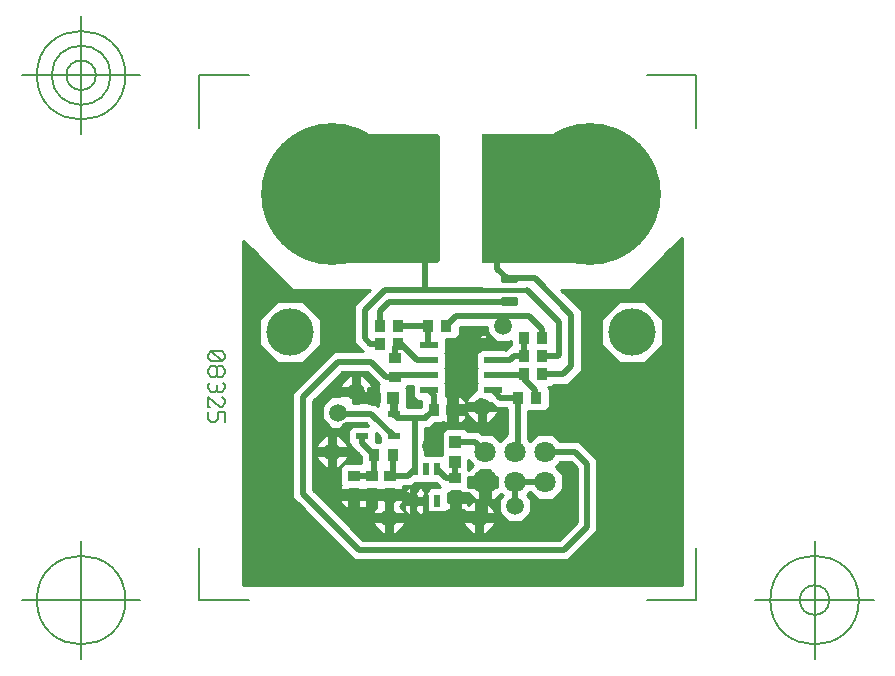
<source format=gbr>
G04 Generated by Ultiboard 11.0 *
%FSLAX25Y25*%
%MOIN*%

%ADD10C,0.01000*%
%ADD11C,0.00525*%
%ADD12C,0.01969*%
%ADD13C,0.00004*%
%ADD14C,0.03937*%
%ADD15C,0.02756*%
%ADD16C,0.01575*%
%ADD17C,0.00500*%
%ADD18C,0.01969*%
%ADD19C,0.00004*%
%ADD20C,0.47244*%
%ADD21C,0.15748*%
%ADD22C,0.05906*%
%ADD23R,0.04921X0.13386*%
%ADD24R,0.06102X0.02362*%
%ADD25R,0.03740X0.03937*%
%ADD26R,0.02165X0.04331*%
%ADD27R,0.04331X0.02165*%
%ADD28R,0.03937X0.03740*%
%ADD29R,0.04331X0.03937*%
%ADD30C,0.07087*%
%ADD31R,0.03170X0.03170*%
%ADD32C,0.03917*%
%ADD33R,0.03937X0.04331*%
%ADD34R,0.04168X0.01084*%
%ADD35C,0.01666*%


G04 ColorRGB 00FF00 for the following layer *
%LNCopper Top*%
%LPD*%
%FSLAX25Y25*%
%MOIN*%
G54D10*
X143343Y91929D02*
X143343Y100284D01*
X143343Y100284D02*
X137284Y106343D01*
X137284Y106343D02*
X128716Y106343D01*
X128716Y106343D02*
X122657Y100284D01*
X122657Y100284D02*
X122657Y91929D01*
X122657Y91929D02*
X116253Y91929D01*
X116253Y91929D02*
X116253Y103130D01*
X116253Y103130D02*
X109379Y110004D01*
X109379Y110004D02*
X132253Y110004D01*
X132253Y110004D02*
X145405Y123156D01*
X145405Y123156D02*
X149531Y123156D01*
X149531Y123156D02*
X149531Y91929D01*
X149531Y91929D02*
X143343Y91929D01*
G36*
X143343Y91929D02*
X143343Y100284D01*
X137284Y106343D01*
X128716Y106343D01*
X122657Y100284D01*
X122657Y91929D01*
X116253Y91929D01*
X116253Y103130D01*
X109379Y110004D01*
X132253Y110004D01*
X145405Y123156D01*
X149531Y123156D01*
X149531Y91929D01*
X143343Y91929D01*
G37*
X143343Y91929D02*
X143343Y100284D01*
X143343Y100284D02*
X137284Y106343D01*
X137284Y106343D02*
X128716Y106343D01*
X128716Y106343D02*
X122657Y100284D01*
X122657Y100284D02*
X122657Y91929D01*
X122657Y91929D02*
X116253Y91929D01*
X116253Y91929D02*
X116253Y103130D01*
X116253Y103130D02*
X109379Y110004D01*
X109379Y110004D02*
X132253Y110004D01*
X132253Y110004D02*
X145405Y123156D01*
X145405Y123156D02*
X149531Y123156D01*
X149531Y123156D02*
X149531Y91929D01*
X149531Y91929D02*
X143343Y91929D01*
X122657Y91929D02*
X122657Y91716D01*
X122657Y91716D02*
X128716Y85657D01*
X128716Y85657D02*
X137284Y85657D01*
X137284Y85657D02*
X143343Y91716D01*
X143343Y91716D02*
X143343Y91929D01*
X143343Y91929D02*
X149531Y91929D01*
X149531Y91929D02*
X149531Y64844D01*
X149531Y64844D02*
X108716Y64844D01*
X108716Y64844D02*
X108716Y78347D01*
X108716Y78347D02*
X111577Y78347D01*
X111577Y78347D02*
X116253Y83023D01*
X116253Y83023D02*
X116253Y91929D01*
X116253Y91929D02*
X122657Y91929D01*
G36*
X122657Y91929D02*
X122657Y91716D01*
X128716Y85657D01*
X137284Y85657D01*
X143343Y91716D01*
X143343Y91929D01*
X149531Y91929D01*
X149531Y64844D01*
X108716Y64844D01*
X108716Y78347D01*
X111577Y78347D01*
X116253Y83023D01*
X116253Y91929D01*
X122657Y91929D01*
G37*
X122657Y91929D02*
X122657Y91716D01*
X122657Y91716D02*
X128716Y85657D01*
X128716Y85657D02*
X137284Y85657D01*
X137284Y85657D02*
X143343Y91716D01*
X143343Y91716D02*
X143343Y91929D01*
X143343Y91929D02*
X149531Y91929D01*
X149531Y91929D02*
X149531Y64844D01*
X149531Y64844D02*
X108716Y64844D01*
X108716Y64844D02*
X108716Y78347D01*
X108716Y78347D02*
X111577Y78347D01*
X111577Y78347D02*
X116253Y83023D01*
X116253Y83023D02*
X116253Y91929D01*
X116253Y91929D02*
X122657Y91929D01*
X149531Y11469D02*
X115430Y11469D01*
X115430Y11469D02*
X115430Y23597D01*
X115430Y23597D02*
X121453Y29620D01*
X121453Y29620D02*
X121453Y53430D01*
X121453Y53430D02*
X115430Y59453D01*
X115430Y59453D02*
X115430Y64844D01*
X115430Y64844D02*
X149531Y64844D01*
X149531Y64844D02*
X149531Y11469D01*
G36*
X149531Y11469D02*
X115430Y11469D01*
X115430Y23597D01*
X121453Y29620D01*
X121453Y53430D01*
X115430Y59453D01*
X115430Y64844D01*
X149531Y64844D01*
X149531Y11469D01*
G37*
X149531Y11469D02*
X115430Y11469D01*
X115430Y11469D02*
X115430Y23597D01*
X115430Y23597D02*
X121453Y29620D01*
X121453Y29620D02*
X121453Y53430D01*
X121453Y53430D02*
X115430Y59453D01*
X115430Y59453D02*
X115430Y64844D01*
X115430Y64844D02*
X149531Y64844D01*
X149531Y64844D02*
X149531Y11469D01*
X3469Y123156D02*
X3469Y126282D01*
X3469Y126282D02*
X6595Y123156D01*
X6595Y123156D02*
X3469Y123156D01*
G36*
X3469Y123156D02*
X3469Y126282D01*
X6595Y123156D01*
X3469Y123156D01*
G37*
X3469Y123156D02*
X3469Y126282D01*
X3469Y126282D02*
X6595Y123156D01*
X6595Y123156D02*
X3469Y123156D01*
X59850Y78047D02*
X59850Y74296D01*
X59850Y74296D02*
X61296Y72850D01*
X61296Y72850D02*
X62512Y72850D01*
X62512Y72850D02*
X62512Y70799D01*
X62512Y70799D02*
X58045Y70799D01*
X58045Y70799D02*
X57908Y70936D01*
X57908Y70936D02*
X57980Y71009D01*
X57980Y71009D02*
X57980Y76991D01*
X57980Y76991D02*
X57725Y77246D01*
X57725Y77246D02*
X58437Y77958D01*
X58437Y77958D02*
X58437Y78047D01*
X58437Y78047D02*
X59850Y78047D01*
G36*
X59850Y78047D02*
X59850Y74296D01*
X61296Y72850D01*
X62512Y72850D01*
X62512Y70799D01*
X58045Y70799D01*
X57908Y70936D01*
X57980Y71009D01*
X57980Y76991D01*
X57725Y77246D01*
X58437Y77958D01*
X58437Y78047D01*
X59850Y78047D01*
G37*
X59850Y78047D02*
X59850Y74296D01*
X59850Y74296D02*
X61296Y72850D01*
X61296Y72850D02*
X62512Y72850D01*
X62512Y72850D02*
X62512Y70799D01*
X62512Y70799D02*
X58045Y70799D01*
X58045Y70799D02*
X57908Y70936D01*
X57908Y70936D02*
X57980Y71009D01*
X57980Y71009D02*
X57980Y76991D01*
X57980Y76991D02*
X57725Y77246D01*
X57725Y77246D02*
X58437Y77958D01*
X58437Y77958D02*
X58437Y78047D01*
X58437Y78047D02*
X59850Y78047D01*
X67727Y45495D02*
X69089Y44133D01*
X69089Y44133D02*
X65288Y44133D01*
X65288Y44133D02*
X65288Y43551D01*
X65288Y43551D02*
X64424Y42687D01*
X64424Y42687D02*
X64046Y42687D01*
X64046Y42687D02*
X63183Y43551D01*
X63183Y43551D02*
X63183Y44133D01*
X63183Y44133D02*
X61548Y44133D01*
X61548Y44133D02*
X61548Y43551D01*
X61548Y43551D02*
X60684Y42687D01*
X60684Y42687D02*
X59443Y42687D01*
X59443Y42687D02*
X59443Y44133D01*
X59443Y44133D02*
X58390Y44133D01*
X58390Y44133D02*
X56944Y42687D01*
X56944Y42687D02*
X55226Y42687D01*
X55226Y42687D02*
X55226Y43160D01*
X55226Y43160D02*
X56672Y43160D01*
X56672Y43160D02*
X56672Y44511D01*
X56672Y44511D02*
X59760Y44511D01*
X59760Y44511D02*
X60744Y45495D01*
X60744Y45495D02*
X67727Y45495D01*
G36*
X67727Y45495D02*
X69089Y44133D01*
X65288Y44133D01*
X65288Y43551D01*
X64424Y42687D01*
X64046Y42687D01*
X63183Y43551D01*
X63183Y44133D01*
X61548Y44133D01*
X61548Y43551D01*
X60684Y42687D01*
X59443Y42687D01*
X59443Y44133D01*
X58390Y44133D01*
X56944Y42687D01*
X55226Y42687D01*
X55226Y43160D01*
X56672Y43160D01*
X56672Y44511D01*
X59760Y44511D01*
X60744Y45495D01*
X67727Y45495D01*
G37*
X67727Y45495D02*
X69089Y44133D01*
X69089Y44133D02*
X65288Y44133D01*
X65288Y44133D02*
X65288Y43551D01*
X65288Y43551D02*
X64424Y42687D01*
X64424Y42687D02*
X64046Y42687D01*
X64046Y42687D02*
X63183Y43551D01*
X63183Y43551D02*
X63183Y44133D01*
X63183Y44133D02*
X61548Y44133D01*
X61548Y44133D02*
X61548Y43551D01*
X61548Y43551D02*
X60684Y42687D01*
X60684Y42687D02*
X59443Y42687D01*
X59443Y42687D02*
X59443Y44133D01*
X59443Y44133D02*
X58390Y44133D01*
X58390Y44133D02*
X56944Y42687D01*
X56944Y42687D02*
X55226Y42687D01*
X55226Y42687D02*
X55226Y43160D01*
X55226Y43160D02*
X56672Y43160D01*
X56672Y43160D02*
X56672Y44511D01*
X56672Y44511D02*
X59760Y44511D01*
X59760Y44511D02*
X60744Y45495D01*
X60744Y45495D02*
X67727Y45495D01*
X60684Y42687D02*
X60684Y40552D01*
X60684Y40552D02*
X64046Y40552D01*
X64046Y40552D02*
X64046Y42687D01*
X64046Y42687D02*
X64424Y42687D01*
X64424Y42687D02*
X64424Y36311D01*
X64424Y36311D02*
X64490Y36246D01*
X64490Y36246D02*
X63981Y36246D01*
X63981Y36246D02*
X64046Y36311D01*
X64046Y36311D02*
X64046Y38447D01*
X64046Y38447D02*
X60684Y38447D01*
X60684Y38447D02*
X60684Y36311D01*
X60684Y36311D02*
X60750Y36246D01*
X60750Y36246D02*
X59443Y36246D01*
X59443Y36246D02*
X59443Y38447D01*
X59443Y38447D02*
X56944Y38447D01*
X56944Y38447D02*
X56944Y36723D01*
X56944Y36723D02*
X55784Y37883D01*
X55784Y37883D02*
X56672Y38772D01*
X56672Y38772D02*
X56672Y40169D01*
X56672Y40169D02*
X55226Y40169D01*
X55226Y40169D02*
X55226Y42687D01*
X55226Y42687D02*
X56944Y42687D01*
X56944Y42687D02*
X56944Y40552D01*
X56944Y40552D02*
X59443Y40552D01*
X59443Y40552D02*
X59443Y42687D01*
X59443Y42687D02*
X60684Y42687D01*
G36*
X60684Y42687D02*
X60684Y40552D01*
X64046Y40552D01*
X64046Y42687D01*
X64424Y42687D01*
X64424Y36311D01*
X64490Y36246D01*
X63981Y36246D01*
X64046Y36311D01*
X64046Y38447D01*
X60684Y38447D01*
X60684Y36311D01*
X60750Y36246D01*
X59443Y36246D01*
X59443Y38447D01*
X56944Y38447D01*
X56944Y36723D01*
X55784Y37883D01*
X56672Y38772D01*
X56672Y40169D01*
X55226Y40169D01*
X55226Y42687D01*
X56944Y42687D01*
X56944Y40552D01*
X59443Y40552D01*
X59443Y42687D01*
X60684Y42687D01*
G37*
X60684Y42687D02*
X60684Y40552D01*
X60684Y40552D02*
X64046Y40552D01*
X64046Y40552D02*
X64046Y42687D01*
X64046Y42687D02*
X64424Y42687D01*
X64424Y42687D02*
X64424Y36311D01*
X64424Y36311D02*
X64490Y36246D01*
X64490Y36246D02*
X63981Y36246D01*
X63981Y36246D02*
X64046Y36311D01*
X64046Y36311D02*
X64046Y38447D01*
X64046Y38447D02*
X60684Y38447D01*
X60684Y38447D02*
X60684Y36311D01*
X60684Y36311D02*
X60750Y36246D01*
X60750Y36246D02*
X59443Y36246D01*
X59443Y36246D02*
X59443Y38447D01*
X59443Y38447D02*
X56944Y38447D01*
X56944Y38447D02*
X56944Y36723D01*
X56944Y36723D02*
X55784Y37883D01*
X55784Y37883D02*
X56672Y38772D01*
X56672Y38772D02*
X56672Y40169D01*
X56672Y40169D02*
X55226Y40169D01*
X55226Y40169D02*
X55226Y42687D01*
X55226Y42687D02*
X56944Y42687D01*
X56944Y42687D02*
X56944Y40552D01*
X56944Y40552D02*
X59443Y40552D01*
X59443Y40552D02*
X59443Y42687D01*
X59443Y42687D02*
X60684Y42687D01*
X63183Y34865D02*
X63183Y35448D01*
X63183Y35448D02*
X63981Y36246D01*
X63981Y36246D02*
X64490Y36246D01*
X64490Y36246D02*
X65288Y35448D01*
X65288Y35448D02*
X65288Y34865D01*
X65288Y34865D02*
X70081Y34865D01*
X70081Y34865D02*
X71461Y36246D01*
X71461Y36246D02*
X76579Y36246D01*
X76579Y36246D02*
X76579Y35123D01*
X76579Y35123D02*
X80877Y35123D01*
X80877Y35123D02*
X80877Y36246D01*
X80877Y36246D02*
X83123Y36246D01*
X83123Y36246D02*
X83123Y35123D01*
X83123Y35123D02*
X87421Y35123D01*
X87421Y35123D02*
X87421Y36246D01*
X87421Y36246D02*
X88579Y36246D01*
X88579Y36246D02*
X88579Y35754D01*
X88579Y35754D02*
X91754Y32579D01*
X91754Y32579D02*
X96246Y32579D01*
X96246Y32579D02*
X99421Y35754D01*
X99421Y35754D02*
X99421Y36246D01*
X99421Y36246D02*
X102490Y36246D01*
X102490Y36246D02*
X102490Y31754D01*
X102490Y31754D02*
X87421Y31754D01*
X87421Y31754D02*
X87421Y32877D01*
X87421Y32877D02*
X83123Y32877D01*
X83123Y32877D02*
X83123Y31754D01*
X83123Y31754D02*
X80877Y31754D01*
X80877Y31754D02*
X80877Y32877D01*
X80877Y32877D02*
X76579Y32877D01*
X76579Y32877D02*
X76579Y31754D01*
X76579Y31754D02*
X57421Y31754D01*
X57421Y31754D02*
X57421Y32877D01*
X57421Y32877D02*
X53123Y32877D01*
X53123Y32877D02*
X53123Y31754D01*
X53123Y31754D02*
X50877Y31754D01*
X50877Y31754D02*
X50877Y32877D01*
X50877Y32877D02*
X50510Y32877D01*
X50510Y32877D02*
X50510Y35123D01*
X50510Y35123D02*
X50877Y35123D01*
X50877Y35123D02*
X50877Y36246D01*
X50877Y36246D02*
X53123Y36246D01*
X53123Y36246D02*
X53123Y35123D01*
X53123Y35123D02*
X57421Y35123D01*
X57421Y35123D02*
X57421Y35834D01*
X57421Y35834D02*
X58390Y34865D01*
X58390Y34865D02*
X59443Y34865D01*
X59443Y34865D02*
X59443Y36246D01*
X59443Y36246D02*
X60750Y36246D01*
X60750Y36246D02*
X61548Y35448D01*
X61548Y35448D02*
X61548Y34865D01*
X61548Y34865D02*
X63183Y34865D01*
G36*
X63183Y34865D02*
X63183Y35448D01*
X63981Y36246D01*
X64490Y36246D01*
X65288Y35448D01*
X65288Y34865D01*
X70081Y34865D01*
X71461Y36246D01*
X76579Y36246D01*
X76579Y35123D01*
X80877Y35123D01*
X80877Y36246D01*
X83123Y36246D01*
X83123Y35123D01*
X87421Y35123D01*
X87421Y36246D01*
X88579Y36246D01*
X88579Y35754D01*
X91754Y32579D01*
X96246Y32579D01*
X99421Y35754D01*
X99421Y36246D01*
X102490Y36246D01*
X102490Y31754D01*
X87421Y31754D01*
X87421Y32877D01*
X83123Y32877D01*
X83123Y31754D01*
X80877Y31754D01*
X80877Y32877D01*
X76579Y32877D01*
X76579Y31754D01*
X57421Y31754D01*
X57421Y32877D01*
X53123Y32877D01*
X53123Y31754D01*
X50877Y31754D01*
X50877Y32877D01*
X50510Y32877D01*
X50510Y35123D01*
X50877Y35123D01*
X50877Y36246D01*
X53123Y36246D01*
X53123Y35123D01*
X57421Y35123D01*
X57421Y35834D01*
X58390Y34865D01*
X59443Y34865D01*
X59443Y36246D01*
X60750Y36246D01*
X61548Y35448D01*
X61548Y34865D01*
X63183Y34865D01*
G37*
X63183Y34865D02*
X63183Y35448D01*
X63183Y35448D02*
X63981Y36246D01*
X63981Y36246D02*
X64490Y36246D01*
X64490Y36246D02*
X65288Y35448D01*
X65288Y35448D02*
X65288Y34865D01*
X65288Y34865D02*
X70081Y34865D01*
X70081Y34865D02*
X71461Y36246D01*
X71461Y36246D02*
X76579Y36246D01*
X76579Y36246D02*
X76579Y35123D01*
X76579Y35123D02*
X80877Y35123D01*
X80877Y35123D02*
X80877Y36246D01*
X80877Y36246D02*
X83123Y36246D01*
X83123Y36246D02*
X83123Y35123D01*
X83123Y35123D02*
X87421Y35123D01*
X87421Y35123D02*
X87421Y36246D01*
X87421Y36246D02*
X88579Y36246D01*
X88579Y36246D02*
X88579Y35754D01*
X88579Y35754D02*
X91754Y32579D01*
X91754Y32579D02*
X96246Y32579D01*
X96246Y32579D02*
X99421Y35754D01*
X99421Y35754D02*
X99421Y36246D01*
X99421Y36246D02*
X102490Y36246D01*
X102490Y36246D02*
X102490Y31754D01*
X102490Y31754D02*
X87421Y31754D01*
X87421Y31754D02*
X87421Y32877D01*
X87421Y32877D02*
X83123Y32877D01*
X83123Y32877D02*
X83123Y31754D01*
X83123Y31754D02*
X80877Y31754D01*
X80877Y31754D02*
X80877Y32877D01*
X80877Y32877D02*
X76579Y32877D01*
X76579Y32877D02*
X76579Y31754D01*
X76579Y31754D02*
X57421Y31754D01*
X57421Y31754D02*
X57421Y32877D01*
X57421Y32877D02*
X53123Y32877D01*
X53123Y32877D02*
X53123Y31754D01*
X53123Y31754D02*
X50877Y31754D01*
X50877Y31754D02*
X50877Y32877D01*
X50877Y32877D02*
X50510Y32877D01*
X50510Y32877D02*
X50510Y35123D01*
X50510Y35123D02*
X50877Y35123D01*
X50877Y35123D02*
X50877Y36246D01*
X50877Y36246D02*
X53123Y36246D01*
X53123Y36246D02*
X53123Y35123D01*
X53123Y35123D02*
X57421Y35123D01*
X57421Y35123D02*
X57421Y35834D01*
X57421Y35834D02*
X58390Y34865D01*
X58390Y34865D02*
X59443Y34865D01*
X59443Y34865D02*
X59443Y36246D01*
X59443Y36246D02*
X60750Y36246D01*
X60750Y36246D02*
X61548Y35448D01*
X61548Y35448D02*
X61548Y34865D01*
X61548Y34865D02*
X63183Y34865D01*
X102490Y26703D02*
X50510Y26703D01*
X50510Y26703D02*
X50510Y28579D01*
X50510Y28579D02*
X50877Y28579D01*
X50877Y28579D02*
X50877Y31754D01*
X50877Y31754D02*
X53123Y31754D01*
X53123Y31754D02*
X53123Y28579D01*
X53123Y28579D02*
X54246Y28579D01*
X54246Y28579D02*
X57421Y31754D01*
X57421Y31754D02*
X76579Y31754D01*
X76579Y31754D02*
X79754Y28579D01*
X79754Y28579D02*
X80877Y28579D01*
X80877Y28579D02*
X80877Y31754D01*
X80877Y31754D02*
X83123Y31754D01*
X83123Y31754D02*
X83123Y28579D01*
X83123Y28579D02*
X84246Y28579D01*
X84246Y28579D02*
X87421Y31754D01*
X87421Y31754D02*
X102490Y31754D01*
X102490Y31754D02*
X102490Y26703D01*
G36*
X102490Y26703D02*
X50510Y26703D01*
X50510Y28579D01*
X50877Y28579D01*
X50877Y31754D01*
X53123Y31754D01*
X53123Y28579D01*
X54246Y28579D01*
X57421Y31754D01*
X76579Y31754D01*
X79754Y28579D01*
X80877Y28579D01*
X80877Y31754D01*
X83123Y31754D01*
X83123Y28579D01*
X84246Y28579D01*
X87421Y31754D01*
X102490Y31754D01*
X102490Y26703D01*
G37*
X102490Y26703D02*
X50510Y26703D01*
X50510Y26703D02*
X50510Y28579D01*
X50510Y28579D02*
X50877Y28579D01*
X50877Y28579D02*
X50877Y31754D01*
X50877Y31754D02*
X53123Y31754D01*
X53123Y31754D02*
X53123Y28579D01*
X53123Y28579D02*
X54246Y28579D01*
X54246Y28579D02*
X57421Y31754D01*
X57421Y31754D02*
X76579Y31754D01*
X76579Y31754D02*
X79754Y28579D01*
X79754Y28579D02*
X80877Y28579D01*
X80877Y28579D02*
X80877Y31754D01*
X80877Y31754D02*
X83123Y31754D01*
X83123Y31754D02*
X83123Y28579D01*
X83123Y28579D02*
X84246Y28579D01*
X84246Y28579D02*
X87421Y31754D01*
X87421Y31754D02*
X102490Y31754D01*
X102490Y31754D02*
X102490Y26703D01*
X63948Y54763D02*
X63948Y63894D01*
X63948Y63894D02*
X65777Y63894D01*
X65777Y63894D02*
X66727Y64844D01*
X66727Y64844D02*
X72570Y64844D01*
X72570Y64844D02*
X72570Y63980D01*
X72570Y63980D02*
X71009Y63980D01*
X71009Y63980D02*
X69563Y62534D01*
X69563Y62534D02*
X69563Y56159D01*
X69563Y56159D02*
X69722Y56000D01*
X69722Y56000D02*
X69563Y55841D01*
X69563Y55841D02*
X69563Y54763D01*
X69563Y54763D02*
X63948Y54763D01*
G36*
X63948Y54763D02*
X63948Y63894D01*
X65777Y63894D01*
X66727Y64844D01*
X72570Y64844D01*
X72570Y63980D01*
X71009Y63980D01*
X69563Y62534D01*
X69563Y56159D01*
X69722Y56000D01*
X69563Y55841D01*
X69563Y54763D01*
X63948Y54763D01*
G37*
X63948Y54763D02*
X63948Y63894D01*
X63948Y63894D02*
X65777Y63894D01*
X65777Y63894D02*
X66727Y64844D01*
X66727Y64844D02*
X72570Y64844D01*
X72570Y64844D02*
X72570Y63980D01*
X72570Y63980D02*
X71009Y63980D01*
X71009Y63980D02*
X69563Y62534D01*
X69563Y62534D02*
X69563Y56159D01*
X69563Y56159D02*
X69722Y56000D01*
X69722Y56000D02*
X69563Y55841D01*
X69563Y55841D02*
X69563Y54763D01*
X69563Y54763D02*
X63948Y54763D01*
X102490Y11469D02*
X50510Y11469D01*
X50510Y11469D02*
X50510Y19797D01*
X50510Y19797D02*
X102490Y19797D01*
X102490Y19797D02*
X102490Y11469D01*
G36*
X102490Y11469D02*
X50510Y11469D01*
X50510Y19797D01*
X102490Y19797D01*
X102490Y11469D01*
G37*
X102490Y11469D02*
X50510Y11469D01*
X50510Y11469D02*
X50510Y19797D01*
X50510Y19797D02*
X102490Y19797D01*
X102490Y19797D02*
X102490Y11469D01*
X3469Y64844D02*
X3469Y100284D01*
X3469Y100284D02*
X8657Y100284D01*
X8657Y100284D02*
X8657Y91716D01*
X8657Y91716D02*
X14716Y85657D01*
X14716Y85657D02*
X23284Y85657D01*
X23284Y85657D02*
X29343Y91716D01*
X29343Y91716D02*
X29343Y100284D01*
X29343Y100284D02*
X33870Y100284D01*
X33870Y100284D02*
X33870Y89453D01*
X33870Y89453D02*
X33570Y89453D01*
X33570Y89453D02*
X19797Y75680D01*
X19797Y75680D02*
X19797Y64844D01*
X19797Y64844D02*
X3469Y64844D01*
G36*
X3469Y64844D02*
X3469Y100284D01*
X8657Y100284D01*
X8657Y91716D01*
X14716Y85657D01*
X23284Y85657D01*
X29343Y91716D01*
X29343Y100284D01*
X33870Y100284D01*
X33870Y89453D01*
X33570Y89453D01*
X19797Y75680D01*
X19797Y64844D01*
X3469Y64844D01*
G37*
X3469Y64844D02*
X3469Y100284D01*
X3469Y100284D02*
X8657Y100284D01*
X8657Y100284D02*
X8657Y91716D01*
X8657Y91716D02*
X14716Y85657D01*
X14716Y85657D02*
X23284Y85657D01*
X23284Y85657D02*
X29343Y91716D01*
X29343Y91716D02*
X29343Y100284D01*
X29343Y100284D02*
X33870Y100284D01*
X33870Y100284D02*
X33870Y89453D01*
X33870Y89453D02*
X33570Y89453D01*
X33570Y89453D02*
X19797Y75680D01*
X19797Y75680D02*
X19797Y64844D01*
X19797Y64844D02*
X3469Y64844D01*
X39733Y65003D02*
X43466Y65003D01*
X43466Y65003D02*
X43466Y64844D01*
X43466Y64844D02*
X39733Y64844D01*
X39733Y64844D02*
X39733Y65003D01*
G36*
X39733Y65003D02*
X43466Y65003D01*
X43466Y64844D01*
X39733Y64844D01*
X39733Y65003D01*
G37*
X39733Y65003D02*
X43466Y65003D01*
X43466Y65003D02*
X43466Y64844D01*
X43466Y64844D02*
X39733Y64844D01*
X39733Y64844D02*
X39733Y65003D01*
X39489Y65247D02*
X39733Y65003D01*
X39733Y65003D02*
X39733Y64844D01*
X39733Y64844D02*
X38511Y64844D01*
X38511Y64844D02*
X38914Y65247D01*
X38914Y65247D02*
X39489Y65247D01*
G36*
X39489Y65247D02*
X39733Y65003D01*
X39733Y64844D01*
X38511Y64844D01*
X38914Y65247D01*
X39489Y65247D01*
G37*
X39489Y65247D02*
X39733Y65003D01*
X39733Y65003D02*
X39733Y64844D01*
X39733Y64844D02*
X38511Y64844D01*
X38511Y64844D02*
X38914Y65247D01*
X38914Y65247D02*
X39489Y65247D01*
X43466Y65003D02*
X44738Y65003D01*
X44738Y65003D02*
X44898Y64844D01*
X44898Y64844D02*
X43466Y64844D01*
X43466Y64844D02*
X43466Y65003D01*
G36*
X43466Y65003D02*
X44738Y65003D01*
X44898Y64844D01*
X43466Y64844D01*
X43466Y65003D01*
G37*
X43466Y65003D02*
X44738Y65003D01*
X44738Y65003D02*
X44898Y64844D01*
X44898Y64844D02*
X43466Y64844D01*
X43466Y64844D02*
X43466Y65003D01*
X26703Y64844D02*
X26703Y72820D01*
X26703Y72820D02*
X33870Y79987D01*
X33870Y79987D02*
X33870Y74421D01*
X33870Y74421D02*
X32754Y74421D01*
X32754Y74421D02*
X29579Y71246D01*
X29579Y71246D02*
X29579Y66754D01*
X29579Y66754D02*
X31489Y64844D01*
X31489Y64844D02*
X26703Y64844D01*
G36*
X26703Y64844D02*
X26703Y72820D01*
X33870Y79987D01*
X33870Y74421D01*
X32754Y74421D01*
X29579Y71246D01*
X29579Y66754D01*
X31489Y64844D01*
X26703Y64844D01*
G37*
X26703Y64844D02*
X26703Y72820D01*
X26703Y72820D02*
X33870Y79987D01*
X33870Y79987D02*
X33870Y74421D01*
X33870Y74421D02*
X32754Y74421D01*
X32754Y74421D02*
X29579Y71246D01*
X29579Y71246D02*
X29579Y66754D01*
X29579Y66754D02*
X31489Y64844D01*
X31489Y64844D02*
X26703Y64844D01*
X26703Y49394D02*
X26703Y64844D01*
X26703Y64844D02*
X30754Y64844D01*
X30754Y64844D02*
X30754Y61421D01*
X30754Y61421D02*
X27579Y58246D01*
X27579Y58246D02*
X27579Y57123D01*
X27579Y57123D02*
X30754Y57123D01*
X30754Y57123D02*
X30754Y54877D01*
X30754Y54877D02*
X27579Y54877D01*
X27579Y54877D02*
X27579Y53754D01*
X27579Y53754D02*
X30754Y50579D01*
X30754Y50579D02*
X30754Y49394D01*
X30754Y49394D02*
X26703Y49394D01*
G36*
X26703Y49394D02*
X26703Y64844D01*
X30754Y64844D01*
X30754Y61421D01*
X27579Y58246D01*
X27579Y57123D01*
X30754Y57123D01*
X30754Y54877D01*
X27579Y54877D01*
X27579Y53754D01*
X30754Y50579D01*
X30754Y49394D01*
X26703Y49394D01*
G37*
X26703Y49394D02*
X26703Y64844D01*
X26703Y64844D02*
X30754Y64844D01*
X30754Y64844D02*
X30754Y61421D01*
X30754Y61421D02*
X27579Y58246D01*
X27579Y58246D02*
X27579Y57123D01*
X27579Y57123D02*
X30754Y57123D01*
X30754Y57123D02*
X30754Y54877D01*
X30754Y54877D02*
X27579Y54877D01*
X27579Y54877D02*
X27579Y53754D01*
X27579Y53754D02*
X30754Y50579D01*
X30754Y50579D02*
X30754Y49394D01*
X30754Y49394D02*
X26703Y49394D01*
X31489Y64844D02*
X32754Y63579D01*
X32754Y63579D02*
X35246Y63579D01*
X35246Y63579D02*
X35246Y61421D01*
X35246Y61421D02*
X34123Y61421D01*
X34123Y61421D02*
X34123Y57123D01*
X34123Y57123D02*
X35246Y57123D01*
X35246Y57123D02*
X35246Y54877D01*
X35246Y54877D02*
X34123Y54877D01*
X34123Y54877D02*
X34123Y50579D01*
X34123Y50579D02*
X35246Y50579D01*
X35246Y50579D02*
X35246Y49394D01*
X35246Y49394D02*
X30754Y49394D01*
X30754Y49394D02*
X30754Y50579D01*
X30754Y50579D02*
X31877Y50579D01*
X31877Y50579D02*
X31877Y54877D01*
X31877Y54877D02*
X30754Y54877D01*
X30754Y54877D02*
X30754Y57123D01*
X30754Y57123D02*
X31877Y57123D01*
X31877Y57123D02*
X31877Y61421D01*
X31877Y61421D02*
X30754Y61421D01*
X30754Y61421D02*
X30754Y64844D01*
X30754Y64844D02*
X31489Y64844D01*
G36*
X31489Y64844D02*
X32754Y63579D01*
X35246Y63579D01*
X35246Y61421D01*
X34123Y61421D01*
X34123Y57123D01*
X35246Y57123D01*
X35246Y54877D01*
X34123Y54877D01*
X34123Y50579D01*
X35246Y50579D01*
X35246Y49394D01*
X30754Y49394D01*
X30754Y50579D01*
X31877Y50579D01*
X31877Y54877D01*
X30754Y54877D01*
X30754Y57123D01*
X31877Y57123D01*
X31877Y61421D01*
X30754Y61421D01*
X30754Y64844D01*
X31489Y64844D01*
G37*
X31489Y64844D02*
X32754Y63579D01*
X32754Y63579D02*
X35246Y63579D01*
X35246Y63579D02*
X35246Y61421D01*
X35246Y61421D02*
X34123Y61421D01*
X34123Y61421D02*
X34123Y57123D01*
X34123Y57123D02*
X35246Y57123D01*
X35246Y57123D02*
X35246Y54877D01*
X35246Y54877D02*
X34123Y54877D01*
X34123Y54877D02*
X34123Y50579D01*
X34123Y50579D02*
X35246Y50579D01*
X35246Y50579D02*
X35246Y49394D01*
X35246Y49394D02*
X30754Y49394D01*
X30754Y49394D02*
X30754Y50579D01*
X30754Y50579D02*
X31877Y50579D01*
X31877Y50579D02*
X31877Y54877D01*
X31877Y54877D02*
X30754Y54877D01*
X30754Y54877D02*
X30754Y57123D01*
X30754Y57123D02*
X31877Y57123D01*
X31877Y57123D02*
X31877Y61421D01*
X31877Y61421D02*
X30754Y61421D01*
X30754Y61421D02*
X30754Y64844D01*
X30754Y64844D02*
X31489Y64844D01*
X38328Y63220D02*
X38287Y63220D01*
X38287Y63220D02*
X38287Y62709D01*
X38287Y62709D02*
X35246Y62709D01*
X35246Y62709D02*
X35246Y63579D01*
X35246Y63579D02*
X37246Y63579D01*
X37246Y63579D02*
X38511Y64844D01*
X38511Y64844D02*
X41490Y64844D01*
X41490Y64844D02*
X41490Y64625D01*
X41490Y64625D02*
X39733Y64625D01*
X39733Y64625D02*
X38328Y63220D01*
G36*
X38328Y63220D02*
X38287Y63220D01*
X38287Y62709D01*
X35246Y62709D01*
X35246Y63579D01*
X37246Y63579D01*
X38511Y64844D01*
X41490Y64844D01*
X41490Y64625D01*
X39733Y64625D01*
X38328Y63220D01*
G37*
X38328Y63220D02*
X38287Y63220D01*
X38287Y63220D02*
X38287Y62709D01*
X38287Y62709D02*
X35246Y62709D01*
X35246Y62709D02*
X35246Y63579D01*
X35246Y63579D02*
X37246Y63579D01*
X37246Y63579D02*
X38511Y64844D01*
X38511Y64844D02*
X41490Y64844D01*
X41490Y64844D02*
X41490Y64625D01*
X41490Y64625D02*
X39733Y64625D01*
X39733Y64625D02*
X38328Y63220D01*
X38287Y62709D02*
X38287Y58969D01*
X38287Y58969D02*
X39468Y57788D01*
X39468Y57788D02*
X39468Y57549D01*
X39468Y57549D02*
X41490Y55527D01*
X41490Y55527D02*
X41490Y52302D01*
X41490Y52302D02*
X37244Y52302D01*
X37244Y52302D02*
X35798Y50856D01*
X35798Y50856D02*
X35798Y49394D01*
X35798Y49394D02*
X35246Y49394D01*
X35246Y49394D02*
X35246Y50579D01*
X35246Y50579D02*
X38421Y53754D01*
X38421Y53754D02*
X38421Y54877D01*
X38421Y54877D02*
X35246Y54877D01*
X35246Y54877D02*
X35246Y57123D01*
X35246Y57123D02*
X38421Y57123D01*
X38421Y57123D02*
X38421Y58246D01*
X38421Y58246D02*
X35246Y61421D01*
X35246Y61421D02*
X35246Y62709D01*
X35246Y62709D02*
X38287Y62709D01*
G36*
X38287Y62709D02*
X38287Y58969D01*
X39468Y57788D01*
X39468Y57549D01*
X41490Y55527D01*
X41490Y52302D01*
X37244Y52302D01*
X35798Y50856D01*
X35798Y49394D01*
X35246Y49394D01*
X35246Y50579D01*
X38421Y53754D01*
X38421Y54877D01*
X35246Y54877D01*
X35246Y57123D01*
X38421Y57123D01*
X38421Y58246D01*
X35246Y61421D01*
X35246Y62709D01*
X38287Y62709D01*
G37*
X38287Y62709D02*
X38287Y58969D01*
X38287Y58969D02*
X39468Y57788D01*
X39468Y57788D02*
X39468Y57549D01*
X39468Y57549D02*
X41490Y55527D01*
X41490Y55527D02*
X41490Y52302D01*
X41490Y52302D02*
X37244Y52302D01*
X37244Y52302D02*
X35798Y50856D01*
X35798Y50856D02*
X35798Y49394D01*
X35798Y49394D02*
X35246Y49394D01*
X35246Y49394D02*
X35246Y50579D01*
X35246Y50579D02*
X38421Y53754D01*
X38421Y53754D02*
X38421Y54877D01*
X38421Y54877D02*
X35246Y54877D01*
X35246Y54877D02*
X35246Y57123D01*
X35246Y57123D02*
X38421Y57123D01*
X38421Y57123D02*
X38421Y58246D01*
X38421Y58246D02*
X35246Y61421D01*
X35246Y61421D02*
X35246Y62709D01*
X35246Y62709D02*
X38287Y62709D01*
X45116Y64625D02*
X41490Y64625D01*
X41490Y64625D02*
X41490Y64844D01*
X41490Y64844D02*
X44898Y64844D01*
X44898Y64844D02*
X45116Y64625D01*
G36*
X45116Y64625D02*
X41490Y64625D01*
X41490Y64844D01*
X44898Y64844D01*
X45116Y64625D01*
G37*
X45116Y64625D02*
X41490Y64625D01*
X41490Y64625D02*
X41490Y64844D01*
X41490Y64844D02*
X44898Y64844D01*
X44898Y64844D02*
X45116Y64625D01*
X48917Y60825D02*
X48917Y59251D01*
X48917Y59251D02*
X47554Y59251D01*
X47554Y59251D02*
X47554Y62187D01*
X47554Y62187D02*
X48917Y60825D01*
G36*
X48917Y60825D02*
X48917Y59251D01*
X47554Y59251D01*
X47554Y62187D01*
X48917Y60825D01*
G37*
X48917Y60825D02*
X48917Y59251D01*
X48917Y59251D02*
X47554Y59251D01*
X47554Y59251D02*
X47554Y62187D01*
X47554Y62187D02*
X48917Y60825D01*
X3469Y49394D02*
X3469Y64844D01*
X3469Y64844D02*
X19797Y64844D01*
X19797Y64844D02*
X19797Y49394D01*
X19797Y49394D02*
X3469Y49394D01*
G36*
X3469Y49394D02*
X3469Y64844D01*
X19797Y64844D01*
X19797Y49394D01*
X3469Y49394D01*
G37*
X3469Y49394D02*
X3469Y64844D01*
X3469Y64844D02*
X19797Y64844D01*
X19797Y64844D02*
X19797Y49394D01*
X19797Y49394D02*
X3469Y49394D01*
X38740Y43625D02*
X40470Y43625D01*
X40470Y43625D02*
X40470Y38772D01*
X40470Y38772D02*
X38740Y38772D01*
X38740Y38772D02*
X38740Y40169D01*
X38740Y40169D02*
X35798Y40169D01*
X35798Y40169D02*
X35798Y38772D01*
X35798Y38772D02*
X31261Y38772D01*
X31261Y38772D02*
X26703Y43330D01*
X26703Y43330D02*
X26703Y44557D01*
X26703Y44557D02*
X35798Y44557D01*
X35798Y44557D02*
X35798Y43160D01*
X35798Y43160D02*
X38740Y43160D01*
X38740Y43160D02*
X38740Y43625D01*
G36*
X38740Y43625D02*
X40470Y43625D01*
X40470Y38772D01*
X38740Y38772D01*
X38740Y40169D01*
X35798Y40169D01*
X35798Y38772D01*
X31261Y38772D01*
X26703Y43330D01*
X26703Y44557D01*
X35798Y44557D01*
X35798Y43160D01*
X38740Y43160D01*
X38740Y43625D01*
G37*
X38740Y43625D02*
X40470Y43625D01*
X40470Y43625D02*
X40470Y38772D01*
X40470Y38772D02*
X38740Y38772D01*
X38740Y38772D02*
X38740Y40169D01*
X38740Y40169D02*
X35798Y40169D01*
X35798Y40169D02*
X35798Y38772D01*
X35798Y38772D02*
X31261Y38772D01*
X31261Y38772D02*
X26703Y43330D01*
X26703Y43330D02*
X26703Y44557D01*
X26703Y44557D02*
X35798Y44557D01*
X35798Y44557D02*
X35798Y43160D01*
X35798Y43160D02*
X38740Y43160D01*
X38740Y43160D02*
X38740Y43625D01*
X40470Y11469D02*
X3469Y11469D01*
X3469Y11469D02*
X3469Y38772D01*
X3469Y38772D02*
X21495Y38772D01*
X21495Y38772D02*
X40470Y19797D01*
X40470Y19797D02*
X40470Y11469D01*
G36*
X40470Y11469D02*
X3469Y11469D01*
X3469Y38772D01*
X21495Y38772D01*
X40470Y19797D01*
X40470Y11469D01*
G37*
X40470Y11469D02*
X3469Y11469D01*
X3469Y11469D02*
X3469Y38772D01*
X3469Y38772D02*
X21495Y38772D01*
X21495Y38772D02*
X40470Y19797D01*
X40470Y19797D02*
X40470Y11469D01*
X35798Y38772D02*
X37244Y37326D01*
X37244Y37326D02*
X38740Y37326D01*
X38740Y37326D02*
X38740Y38772D01*
X38740Y38772D02*
X40470Y38772D01*
X40470Y38772D02*
X40470Y29563D01*
X40470Y29563D02*
X31261Y38772D01*
X31261Y38772D02*
X35798Y38772D01*
G36*
X35798Y38772D02*
X37244Y37326D01*
X38740Y37326D01*
X38740Y38772D01*
X40470Y38772D01*
X40470Y29563D01*
X31261Y38772D01*
X35798Y38772D01*
G37*
X35798Y38772D02*
X37244Y37326D01*
X37244Y37326D02*
X38740Y37326D01*
X38740Y37326D02*
X38740Y38772D01*
X38740Y38772D02*
X40470Y38772D01*
X40470Y38772D02*
X40470Y29563D01*
X40470Y29563D02*
X31261Y38772D01*
X31261Y38772D02*
X35798Y38772D01*
X35798Y49394D02*
X35798Y45071D01*
X35798Y45071D02*
X36055Y44814D01*
X36055Y44814D02*
X35798Y44557D01*
X35798Y44557D02*
X26703Y44557D01*
X26703Y44557D02*
X26703Y49394D01*
X26703Y49394D02*
X35798Y49394D01*
G36*
X35798Y49394D02*
X35798Y45071D01*
X36055Y44814D01*
X35798Y44557D01*
X26703Y44557D01*
X26703Y49394D01*
X35798Y49394D01*
G37*
X35798Y49394D02*
X35798Y45071D01*
X35798Y45071D02*
X36055Y44814D01*
X36055Y44814D02*
X35798Y44557D01*
X35798Y44557D02*
X26703Y44557D01*
X26703Y44557D02*
X26703Y49394D01*
X26703Y49394D02*
X35798Y49394D01*
X3469Y44557D02*
X3469Y49394D01*
X3469Y49394D02*
X19797Y49394D01*
X19797Y49394D02*
X19797Y44557D01*
X19797Y44557D02*
X3469Y44557D01*
G36*
X3469Y44557D02*
X3469Y49394D01*
X19797Y49394D01*
X19797Y44557D01*
X3469Y44557D01*
G37*
X3469Y44557D02*
X3469Y49394D01*
X3469Y49394D02*
X19797Y49394D01*
X19797Y49394D02*
X19797Y44557D01*
X19797Y44557D02*
X3469Y44557D01*
X3469Y38772D02*
X3469Y44557D01*
X3469Y44557D02*
X19797Y44557D01*
X19797Y44557D02*
X19797Y40470D01*
X19797Y40470D02*
X21495Y38772D01*
X21495Y38772D02*
X3469Y38772D01*
G36*
X3469Y38772D02*
X3469Y44557D01*
X19797Y44557D01*
X19797Y40470D01*
X21495Y38772D01*
X3469Y38772D01*
G37*
X3469Y38772D02*
X3469Y44557D01*
X3469Y44557D02*
X19797Y44557D01*
X19797Y44557D02*
X19797Y40470D01*
X19797Y40470D02*
X21495Y38772D01*
X21495Y38772D02*
X3469Y38772D01*
X41731Y38772D02*
X41731Y37326D01*
X41731Y37326D02*
X43226Y37326D01*
X43226Y37326D02*
X43235Y37335D01*
X43235Y37335D02*
X43244Y37326D01*
X43244Y37326D02*
X44740Y37326D01*
X44740Y37326D02*
X44740Y38772D01*
X44740Y38772D02*
X47731Y38772D01*
X47731Y38772D02*
X47731Y37398D01*
X47731Y37398D02*
X46579Y36246D01*
X46579Y36246D02*
X46579Y35123D01*
X46579Y35123D02*
X50510Y35123D01*
X50510Y35123D02*
X50510Y32877D01*
X50510Y32877D02*
X46579Y32877D01*
X46579Y32877D02*
X46579Y31754D01*
X46579Y31754D02*
X49754Y28579D01*
X49754Y28579D02*
X50510Y28579D01*
X50510Y28579D02*
X50510Y26703D01*
X50510Y26703D02*
X43330Y26703D01*
X43330Y26703D02*
X40470Y29563D01*
X40470Y29563D02*
X40470Y38772D01*
X40470Y38772D02*
X41731Y38772D01*
G36*
X41731Y38772D02*
X41731Y37326D01*
X43226Y37326D01*
X43235Y37335D01*
X43244Y37326D01*
X44740Y37326D01*
X44740Y38772D01*
X47731Y38772D01*
X47731Y37398D01*
X46579Y36246D01*
X46579Y35123D01*
X50510Y35123D01*
X50510Y32877D01*
X46579Y32877D01*
X46579Y31754D01*
X49754Y28579D01*
X50510Y28579D01*
X50510Y26703D01*
X43330Y26703D01*
X40470Y29563D01*
X40470Y38772D01*
X41731Y38772D01*
G37*
X41731Y38772D02*
X41731Y37326D01*
X41731Y37326D02*
X43226Y37326D01*
X43226Y37326D02*
X43235Y37335D01*
X43235Y37335D02*
X43244Y37326D01*
X43244Y37326D02*
X44740Y37326D01*
X44740Y37326D02*
X44740Y38772D01*
X44740Y38772D02*
X47731Y38772D01*
X47731Y38772D02*
X47731Y37398D01*
X47731Y37398D02*
X46579Y36246D01*
X46579Y36246D02*
X46579Y35123D01*
X46579Y35123D02*
X50510Y35123D01*
X50510Y35123D02*
X50510Y32877D01*
X50510Y32877D02*
X46579Y32877D01*
X46579Y32877D02*
X46579Y31754D01*
X46579Y31754D02*
X49754Y28579D01*
X49754Y28579D02*
X50510Y28579D01*
X50510Y28579D02*
X50510Y26703D01*
X50510Y26703D02*
X43330Y26703D01*
X43330Y26703D02*
X40470Y29563D01*
X40470Y29563D02*
X40470Y38772D01*
X40470Y38772D02*
X41731Y38772D01*
X50510Y11469D02*
X40470Y11469D01*
X40470Y11469D02*
X40470Y19797D01*
X40470Y19797D02*
X50510Y19797D01*
X50510Y19797D02*
X50510Y11469D01*
G36*
X50510Y11469D02*
X40470Y11469D01*
X40470Y19797D01*
X50510Y19797D01*
X50510Y11469D01*
G37*
X50510Y11469D02*
X40470Y11469D01*
X40470Y11469D02*
X40470Y19797D01*
X40470Y19797D02*
X50510Y19797D01*
X50510Y19797D02*
X50510Y11469D01*
X40470Y43625D02*
X41731Y43625D01*
X41731Y43625D02*
X41731Y43160D01*
X41731Y43160D02*
X44740Y43160D01*
X44740Y43160D02*
X44740Y43625D01*
X44740Y43625D02*
X47731Y43625D01*
X47731Y43625D02*
X47731Y43160D01*
X47731Y43160D02*
X50510Y43160D01*
X50510Y43160D02*
X50510Y40169D01*
X50510Y40169D02*
X47731Y40169D01*
X47731Y40169D02*
X47731Y38772D01*
X47731Y38772D02*
X44740Y38772D01*
X44740Y38772D02*
X44740Y40169D01*
X44740Y40169D02*
X41731Y40169D01*
X41731Y40169D02*
X41731Y38772D01*
X41731Y38772D02*
X40470Y38772D01*
X40470Y38772D02*
X40470Y43625D01*
G36*
X40470Y43625D02*
X41731Y43625D01*
X41731Y43160D01*
X44740Y43160D01*
X44740Y43625D01*
X47731Y43625D01*
X47731Y43160D01*
X50510Y43160D01*
X50510Y40169D01*
X47731Y40169D01*
X47731Y38772D01*
X44740Y38772D01*
X44740Y40169D01*
X41731Y40169D01*
X41731Y38772D01*
X40470Y38772D01*
X40470Y43625D01*
G37*
X40470Y43625D02*
X41731Y43625D01*
X41731Y43625D02*
X41731Y43160D01*
X41731Y43160D02*
X44740Y43160D01*
X44740Y43160D02*
X44740Y43625D01*
X44740Y43625D02*
X47731Y43625D01*
X47731Y43625D02*
X47731Y43160D01*
X47731Y43160D02*
X50510Y43160D01*
X50510Y43160D02*
X50510Y40169D01*
X50510Y40169D02*
X47731Y40169D01*
X47731Y40169D02*
X47731Y38772D01*
X47731Y38772D02*
X44740Y38772D01*
X44740Y38772D02*
X44740Y40169D01*
X44740Y40169D02*
X41731Y40169D01*
X41731Y40169D02*
X41731Y38772D01*
X41731Y38772D02*
X40470Y38772D01*
X40470Y38772D02*
X40470Y43625D01*
X42747Y52302D02*
X41490Y52302D01*
X41490Y52302D02*
X41490Y55527D01*
X41490Y55527D02*
X42747Y54270D01*
X42747Y54270D02*
X42747Y52302D01*
G36*
X42747Y52302D02*
X41490Y52302D01*
X41490Y55527D01*
X42747Y54270D01*
X42747Y52302D01*
G37*
X42747Y52302D02*
X41490Y52302D01*
X41490Y52302D02*
X41490Y55527D01*
X41490Y55527D02*
X42747Y54270D01*
X42747Y54270D02*
X42747Y52302D01*
X50740Y43625D02*
X53731Y43625D01*
X53731Y43625D02*
X53731Y43160D01*
X53731Y43160D02*
X55226Y43160D01*
X55226Y43160D02*
X55226Y40169D01*
X55226Y40169D02*
X53731Y40169D01*
X53731Y40169D02*
X53731Y39421D01*
X53731Y39421D02*
X53123Y39421D01*
X53123Y39421D02*
X53123Y36246D01*
X53123Y36246D02*
X50877Y36246D01*
X50877Y36246D02*
X50877Y39421D01*
X50877Y39421D02*
X50740Y39421D01*
X50740Y39421D02*
X50740Y40169D01*
X50740Y40169D02*
X50510Y40169D01*
X50510Y40169D02*
X50510Y43160D01*
X50510Y43160D02*
X50740Y43160D01*
X50740Y43160D02*
X50740Y43625D01*
G36*
X50740Y43625D02*
X53731Y43625D01*
X53731Y43160D01*
X55226Y43160D01*
X55226Y40169D01*
X53731Y40169D01*
X53731Y39421D01*
X53123Y39421D01*
X53123Y36246D01*
X50877Y36246D01*
X50877Y39421D01*
X50740Y39421D01*
X50740Y40169D01*
X50510Y40169D01*
X50510Y43160D01*
X50740Y43160D01*
X50740Y43625D01*
G37*
X50740Y43625D02*
X53731Y43625D01*
X53731Y43625D02*
X53731Y43160D01*
X53731Y43160D02*
X55226Y43160D01*
X55226Y43160D02*
X55226Y40169D01*
X55226Y40169D02*
X53731Y40169D01*
X53731Y40169D02*
X53731Y39421D01*
X53731Y39421D02*
X53123Y39421D01*
X53123Y39421D02*
X53123Y36246D01*
X53123Y36246D02*
X50877Y36246D01*
X50877Y36246D02*
X50877Y39421D01*
X50877Y39421D02*
X50740Y39421D01*
X50740Y39421D02*
X50740Y40169D01*
X50740Y40169D02*
X50510Y40169D01*
X50510Y40169D02*
X50510Y43160D01*
X50510Y43160D02*
X50740Y43160D01*
X50740Y43160D02*
X50740Y43625D01*
X3469Y100284D02*
X3469Y123156D01*
X3469Y123156D02*
X6595Y123156D01*
X6595Y123156D02*
X19747Y110004D01*
X19747Y110004D02*
X33870Y110004D01*
X33870Y110004D02*
X33870Y100284D01*
X33870Y100284D02*
X29343Y100284D01*
X29343Y100284D02*
X23284Y106343D01*
X23284Y106343D02*
X14716Y106343D01*
X14716Y106343D02*
X8657Y100284D01*
X8657Y100284D02*
X3469Y100284D01*
G36*
X3469Y100284D02*
X3469Y123156D01*
X6595Y123156D01*
X19747Y110004D01*
X33870Y110004D01*
X33870Y100284D01*
X29343Y100284D01*
X23284Y106343D01*
X14716Y106343D01*
X8657Y100284D01*
X3469Y100284D01*
G37*
X3469Y100284D02*
X3469Y123156D01*
X3469Y123156D02*
X6595Y123156D01*
X6595Y123156D02*
X19747Y110004D01*
X19747Y110004D02*
X33870Y110004D01*
X33870Y110004D02*
X33870Y100284D01*
X33870Y100284D02*
X29343Y100284D01*
X29343Y100284D02*
X23284Y106343D01*
X23284Y106343D02*
X14716Y106343D01*
X14716Y106343D02*
X8657Y100284D01*
X8657Y100284D02*
X3469Y100284D01*
X33870Y110004D02*
X45703Y110004D01*
X45703Y110004D02*
X40447Y104748D01*
X40447Y104748D02*
X40447Y95181D01*
X40447Y95181D02*
X33870Y95181D01*
X33870Y95181D02*
X33870Y110004D01*
G36*
X33870Y110004D02*
X45703Y110004D01*
X40447Y104748D01*
X40447Y95181D01*
X33870Y95181D01*
X33870Y110004D01*
G37*
X33870Y110004D02*
X45703Y110004D01*
X45703Y110004D02*
X40447Y104748D01*
X40447Y104748D02*
X40447Y95181D01*
X40447Y95181D02*
X33870Y95181D01*
X33870Y95181D02*
X33870Y110004D01*
X48247Y78246D02*
X48247Y75594D01*
X48247Y75594D02*
X48713Y75594D01*
X48713Y75594D02*
X48713Y73754D01*
X48713Y73754D02*
X46421Y73754D01*
X46421Y73754D02*
X46421Y74877D01*
X46421Y74877D02*
X42123Y74877D01*
X42123Y74877D02*
X42123Y73754D01*
X42123Y73754D02*
X39877Y73754D01*
X39877Y73754D02*
X39877Y74877D01*
X39877Y74877D02*
X35579Y74877D01*
X35579Y74877D02*
X35579Y74421D01*
X35579Y74421D02*
X33870Y74421D01*
X33870Y74421D02*
X33870Y78246D01*
X33870Y78246D02*
X35579Y78246D01*
X35579Y78246D02*
X35579Y77123D01*
X35579Y77123D02*
X39877Y77123D01*
X39877Y77123D02*
X39877Y78246D01*
X39877Y78246D02*
X42123Y78246D01*
X42123Y78246D02*
X42123Y77123D01*
X42123Y77123D02*
X42151Y77123D01*
X42151Y77123D02*
X42020Y76991D01*
X42020Y76991D02*
X42020Y75594D01*
X42020Y75594D02*
X45060Y75594D01*
X45060Y75594D02*
X45060Y77123D01*
X45060Y77123D02*
X46421Y77123D01*
X46421Y77123D02*
X46421Y78246D01*
X46421Y78246D02*
X48247Y78246D01*
G36*
X48247Y78246D02*
X48247Y75594D01*
X48713Y75594D01*
X48713Y73754D01*
X46421Y73754D01*
X46421Y74877D01*
X42123Y74877D01*
X42123Y73754D01*
X39877Y73754D01*
X39877Y74877D01*
X35579Y74877D01*
X35579Y74421D01*
X33870Y74421D01*
X33870Y78246D01*
X35579Y78246D01*
X35579Y77123D01*
X39877Y77123D01*
X39877Y78246D01*
X42123Y78246D01*
X42123Y77123D01*
X42151Y77123D01*
X42020Y76991D01*
X42020Y75594D01*
X45060Y75594D01*
X45060Y77123D01*
X46421Y77123D01*
X46421Y78246D01*
X48247Y78246D01*
G37*
X48247Y78246D02*
X48247Y75594D01*
X48247Y75594D02*
X48713Y75594D01*
X48713Y75594D02*
X48713Y73754D01*
X48713Y73754D02*
X46421Y73754D01*
X46421Y73754D02*
X46421Y74877D01*
X46421Y74877D02*
X42123Y74877D01*
X42123Y74877D02*
X42123Y73754D01*
X42123Y73754D02*
X39877Y73754D01*
X39877Y73754D02*
X39877Y74877D01*
X39877Y74877D02*
X35579Y74877D01*
X35579Y74877D02*
X35579Y74421D01*
X35579Y74421D02*
X33870Y74421D01*
X33870Y74421D02*
X33870Y78246D01*
X33870Y78246D02*
X35579Y78246D01*
X35579Y78246D02*
X35579Y77123D01*
X35579Y77123D02*
X39877Y77123D01*
X39877Y77123D02*
X39877Y78246D01*
X39877Y78246D02*
X42123Y78246D01*
X42123Y78246D02*
X42123Y77123D01*
X42123Y77123D02*
X42151Y77123D01*
X42151Y77123D02*
X42020Y76991D01*
X42020Y76991D02*
X42020Y75594D01*
X42020Y75594D02*
X45060Y75594D01*
X45060Y75594D02*
X45060Y77123D01*
X45060Y77123D02*
X46421Y77123D01*
X46421Y77123D02*
X46421Y78246D01*
X46421Y78246D02*
X48247Y78246D01*
X48680Y78437D02*
X48247Y78437D01*
X48247Y78437D02*
X48247Y78246D01*
X48247Y78246D02*
X46421Y78246D01*
X46421Y78246D02*
X43246Y81421D01*
X43246Y81421D02*
X42123Y81421D01*
X42123Y81421D02*
X42123Y78246D01*
X42123Y78246D02*
X39877Y78246D01*
X39877Y78246D02*
X39877Y81421D01*
X39877Y81421D02*
X38754Y81421D01*
X38754Y81421D02*
X35579Y78246D01*
X35579Y78246D02*
X33870Y78246D01*
X33870Y78246D02*
X33870Y79987D01*
X33870Y79987D02*
X36430Y82547D01*
X36430Y82547D02*
X44570Y82547D01*
X44570Y82547D02*
X48680Y78437D01*
G36*
X48680Y78437D02*
X48247Y78437D01*
X48247Y78246D01*
X46421Y78246D01*
X43246Y81421D01*
X42123Y81421D01*
X42123Y78246D01*
X39877Y78246D01*
X39877Y81421D01*
X38754Y81421D01*
X35579Y78246D01*
X33870Y78246D01*
X33870Y79987D01*
X36430Y82547D01*
X44570Y82547D01*
X48680Y78437D01*
G37*
X48680Y78437D02*
X48247Y78437D01*
X48247Y78437D02*
X48247Y78246D01*
X48247Y78246D02*
X46421Y78246D01*
X46421Y78246D02*
X43246Y81421D01*
X43246Y81421D02*
X42123Y81421D01*
X42123Y81421D02*
X42123Y78246D01*
X42123Y78246D02*
X39877Y78246D01*
X39877Y78246D02*
X39877Y81421D01*
X39877Y81421D02*
X38754Y81421D01*
X38754Y81421D02*
X35579Y78246D01*
X35579Y78246D02*
X33870Y78246D01*
X33870Y78246D02*
X33870Y79987D01*
X33870Y79987D02*
X36430Y82547D01*
X36430Y82547D02*
X44570Y82547D01*
X44570Y82547D02*
X48680Y78437D01*
X40447Y95181D02*
X40447Y92320D01*
X40447Y92320D02*
X43315Y89453D01*
X43315Y89453D02*
X33870Y89453D01*
X33870Y89453D02*
X33870Y95181D01*
X33870Y95181D02*
X40447Y95181D01*
G36*
X40447Y95181D02*
X40447Y92320D01*
X43315Y89453D01*
X33870Y89453D01*
X33870Y95181D01*
X40447Y95181D01*
G37*
X40447Y95181D02*
X40447Y92320D01*
X40447Y92320D02*
X43315Y89453D01*
X43315Y89453D02*
X33870Y89453D01*
X33870Y89453D02*
X33870Y95181D01*
X33870Y95181D02*
X40447Y95181D01*
X46207Y72007D02*
X46108Y72106D01*
X46108Y72106D02*
X45060Y72106D01*
X45060Y72106D02*
X45060Y72393D01*
X45060Y72393D02*
X46421Y73754D01*
X46421Y73754D02*
X47500Y73754D01*
X47500Y73754D02*
X47500Y72007D01*
X47500Y72007D02*
X46207Y72007D01*
G36*
X46207Y72007D02*
X46108Y72106D01*
X45060Y72106D01*
X45060Y72393D01*
X46421Y73754D01*
X47500Y73754D01*
X47500Y72007D01*
X46207Y72007D01*
G37*
X46207Y72007D02*
X46108Y72106D01*
X46108Y72106D02*
X45060Y72106D01*
X45060Y72106D02*
X45060Y72393D01*
X45060Y72393D02*
X46421Y73754D01*
X46421Y73754D02*
X47500Y73754D01*
X47500Y73754D02*
X47500Y72007D01*
X47500Y72007D02*
X46207Y72007D01*
X48713Y72406D02*
X48247Y72406D01*
X48247Y72406D02*
X48247Y71260D01*
X48247Y71260D02*
X47500Y72007D01*
X47500Y72007D02*
X47500Y73754D01*
X47500Y73754D02*
X48713Y73754D01*
X48713Y73754D02*
X48713Y72406D01*
G36*
X48713Y72406D02*
X48247Y72406D01*
X48247Y71260D01*
X47500Y72007D01*
X47500Y73754D01*
X48713Y73754D01*
X48713Y72406D01*
G37*
X48713Y72406D02*
X48247Y72406D01*
X48247Y72406D02*
X48247Y71260D01*
X48247Y71260D02*
X47500Y72007D01*
X47500Y72007D02*
X47500Y73754D01*
X47500Y73754D02*
X48713Y73754D01*
X48713Y73754D02*
X48713Y72406D01*
X42123Y72406D02*
X42020Y72406D01*
X42020Y72406D02*
X42020Y72153D01*
X42020Y72153D02*
X39877Y72153D01*
X39877Y72153D02*
X39877Y73754D01*
X39877Y73754D02*
X42123Y73754D01*
X42123Y73754D02*
X42123Y72406D01*
G36*
X42123Y72406D02*
X42020Y72406D01*
X42020Y72153D01*
X39877Y72153D01*
X39877Y73754D01*
X42123Y73754D01*
X42123Y72406D01*
G37*
X42123Y72406D02*
X42020Y72406D01*
X42020Y72406D02*
X42020Y72153D01*
X42020Y72153D02*
X39877Y72153D01*
X39877Y72153D02*
X39877Y73754D01*
X39877Y73754D02*
X42123Y73754D01*
X42123Y73754D02*
X42123Y72406D01*
X70593Y84000D02*
X70890Y84296D01*
X70890Y84296D02*
X70890Y85719D01*
X70890Y85719D02*
X76042Y85719D01*
X76042Y85719D02*
X76042Y74437D01*
X76042Y74437D02*
X74596Y74437D01*
X74596Y74437D02*
X74596Y71446D01*
X74596Y71446D02*
X76042Y71446D01*
X76042Y71446D02*
X76042Y68554D01*
X76042Y68554D02*
X74596Y68554D01*
X74596Y68554D02*
X74596Y65563D01*
X74596Y65563D02*
X76042Y65563D01*
X76042Y65563D02*
X76042Y64844D01*
X76042Y64844D02*
X70257Y64844D01*
X70257Y64844D02*
X70257Y65563D01*
X70257Y65563D02*
X71703Y65563D01*
X71703Y65563D02*
X71703Y68554D01*
X71703Y68554D02*
X71189Y68554D01*
X71189Y68554D02*
X71189Y71446D01*
X71189Y71446D02*
X71703Y71446D01*
X71703Y71446D02*
X71703Y74437D01*
X71703Y74437D02*
X70890Y74437D01*
X70890Y74437D02*
X70890Y78704D01*
X70890Y78704D02*
X70593Y79000D01*
X70593Y79000D02*
X70890Y79296D01*
X70890Y79296D02*
X70890Y83704D01*
X70890Y83704D02*
X70593Y84000D01*
G36*
X70593Y84000D02*
X70890Y84296D01*
X70890Y85719D01*
X76042Y85719D01*
X76042Y74437D01*
X74596Y74437D01*
X74596Y71446D01*
X76042Y71446D01*
X76042Y68554D01*
X74596Y68554D01*
X74596Y65563D01*
X76042Y65563D01*
X76042Y64844D01*
X70257Y64844D01*
X70257Y65563D01*
X71703Y65563D01*
X71703Y68554D01*
X71189Y68554D01*
X71189Y71446D01*
X71703Y71446D01*
X71703Y74437D01*
X70890Y74437D01*
X70890Y78704D01*
X70593Y79000D01*
X70890Y79296D01*
X70890Y83704D01*
X70593Y84000D01*
G37*
X70593Y84000D02*
X70890Y84296D01*
X70890Y84296D02*
X70890Y85719D01*
X70890Y85719D02*
X76042Y85719D01*
X76042Y85719D02*
X76042Y74437D01*
X76042Y74437D02*
X74596Y74437D01*
X74596Y74437D02*
X74596Y71446D01*
X74596Y71446D02*
X76042Y71446D01*
X76042Y71446D02*
X76042Y68554D01*
X76042Y68554D02*
X74596Y68554D01*
X74596Y68554D02*
X74596Y65563D01*
X74596Y65563D02*
X76042Y65563D01*
X76042Y65563D02*
X76042Y64844D01*
X76042Y64844D02*
X70257Y64844D01*
X70257Y64844D02*
X70257Y65563D01*
X70257Y65563D02*
X71703Y65563D01*
X71703Y65563D02*
X71703Y68554D01*
X71703Y68554D02*
X71189Y68554D01*
X71189Y68554D02*
X71189Y71446D01*
X71189Y71446D02*
X71703Y71446D01*
X71703Y71446D02*
X71703Y74437D01*
X71703Y74437D02*
X70890Y74437D01*
X70890Y74437D02*
X70890Y78704D01*
X70890Y78704D02*
X70593Y79000D01*
X70593Y79000D02*
X70890Y79296D01*
X70890Y79296D02*
X70890Y83704D01*
X70890Y83704D02*
X70593Y84000D01*
X76042Y71446D02*
X77488Y71446D01*
X77488Y71446D02*
X77488Y72991D01*
X77488Y72991D02*
X76042Y74437D01*
X76042Y74437D02*
X76042Y85719D01*
X76042Y85719D02*
X80754Y85719D01*
X80754Y85719D02*
X80754Y76421D01*
X80754Y76421D02*
X77579Y73246D01*
X77579Y73246D02*
X77579Y72123D01*
X77579Y72123D02*
X80754Y72123D01*
X80754Y72123D02*
X80754Y69877D01*
X80754Y69877D02*
X77579Y69877D01*
X77579Y69877D02*
X77579Y68754D01*
X77579Y68754D02*
X80754Y65579D01*
X80754Y65579D02*
X80754Y64844D01*
X80754Y64844D02*
X76042Y64844D01*
X76042Y64844D02*
X76042Y65563D01*
X76042Y65563D02*
X77488Y67009D01*
X77488Y67009D02*
X77488Y68554D01*
X77488Y68554D02*
X76042Y68554D01*
X76042Y68554D02*
X76042Y71446D01*
G36*
X76042Y71446D02*
X77488Y71446D01*
X77488Y72991D01*
X76042Y74437D01*
X76042Y85719D01*
X80754Y85719D01*
X80754Y76421D01*
X77579Y73246D01*
X77579Y72123D01*
X80754Y72123D01*
X80754Y69877D01*
X77579Y69877D01*
X77579Y68754D01*
X80754Y65579D01*
X80754Y64844D01*
X76042Y64844D01*
X76042Y65563D01*
X77488Y67009D01*
X77488Y68554D01*
X76042Y68554D01*
X76042Y71446D01*
G37*
X76042Y71446D02*
X77488Y71446D01*
X77488Y71446D02*
X77488Y72991D01*
X77488Y72991D02*
X76042Y74437D01*
X76042Y74437D02*
X76042Y85719D01*
X76042Y85719D02*
X80754Y85719D01*
X80754Y85719D02*
X80754Y76421D01*
X80754Y76421D02*
X77579Y73246D01*
X77579Y73246D02*
X77579Y72123D01*
X77579Y72123D02*
X80754Y72123D01*
X80754Y72123D02*
X80754Y69877D01*
X80754Y69877D02*
X77579Y69877D01*
X77579Y69877D02*
X77579Y68754D01*
X77579Y68754D02*
X80754Y65579D01*
X80754Y65579D02*
X80754Y64844D01*
X80754Y64844D02*
X76042Y64844D01*
X76042Y64844D02*
X76042Y65563D01*
X76042Y65563D02*
X77488Y67009D01*
X77488Y67009D02*
X77488Y68554D01*
X77488Y68554D02*
X76042Y68554D01*
X76042Y68554D02*
X76042Y71446D01*
X98303Y69563D02*
X102490Y69563D01*
X102490Y69563D02*
X102490Y64844D01*
X102490Y64844D02*
X98303Y64844D01*
X98303Y64844D02*
X98303Y69563D01*
G36*
X98303Y69563D02*
X102490Y69563D01*
X102490Y64844D01*
X98303Y64844D01*
X98303Y69563D01*
G37*
X98303Y69563D02*
X102490Y69563D01*
X102490Y69563D02*
X102490Y64844D01*
X102490Y64844D02*
X98303Y64844D01*
X98303Y64844D02*
X98303Y69563D01*
X70000Y65820D02*
X70257Y65563D01*
X70257Y65563D02*
X70257Y64844D01*
X70257Y64844D02*
X66800Y64844D01*
X66800Y64844D02*
X66800Y64917D01*
X66800Y64917D02*
X67446Y65563D01*
X67446Y65563D02*
X69743Y65563D01*
X69743Y65563D02*
X70000Y65820D01*
G36*
X70000Y65820D02*
X70257Y65563D01*
X70257Y64844D01*
X66800Y64844D01*
X66800Y64917D01*
X67446Y65563D01*
X69743Y65563D01*
X70000Y65820D01*
G37*
X70000Y65820D02*
X70257Y65563D01*
X70257Y65563D02*
X70257Y64844D01*
X70257Y64844D02*
X66800Y64844D01*
X66800Y64844D02*
X66800Y64917D01*
X66800Y64917D02*
X67446Y65563D01*
X67446Y65563D02*
X69743Y65563D01*
X69743Y65563D02*
X70000Y65820D01*
X90974Y70547D02*
X91398Y70123D01*
X91398Y70123D02*
X91398Y64844D01*
X91398Y64844D02*
X88060Y64844D01*
X88060Y64844D02*
X88060Y68393D01*
X88060Y68393D02*
X88421Y68754D01*
X88421Y68754D02*
X88421Y69877D01*
X88421Y69877D02*
X88060Y69877D01*
X88060Y69877D02*
X88060Y70547D01*
X88060Y70547D02*
X90974Y70547D01*
G36*
X90974Y70547D02*
X91398Y70123D01*
X91398Y64844D01*
X88060Y64844D01*
X88060Y68393D01*
X88421Y68754D01*
X88421Y69877D01*
X88060Y69877D01*
X88060Y70547D01*
X90974Y70547D01*
G37*
X90974Y70547D02*
X91398Y70123D01*
X91398Y70123D02*
X91398Y64844D01*
X91398Y64844D02*
X88060Y64844D01*
X88060Y64844D02*
X88060Y68393D01*
X88060Y68393D02*
X88421Y68754D01*
X88421Y68754D02*
X88421Y69877D01*
X88421Y69877D02*
X88060Y69877D01*
X88060Y69877D02*
X88060Y70547D01*
X88060Y70547D02*
X90974Y70547D01*
X66727Y64844D02*
X66800Y64917D01*
X66800Y64917D02*
X66800Y64844D01*
X66800Y64844D02*
X66727Y64844D01*
G36*
X66727Y64844D02*
X66800Y64917D01*
X66800Y64844D01*
X66727Y64844D01*
G37*
X66727Y64844D02*
X66800Y64917D01*
X66800Y64917D02*
X66800Y64844D01*
X66800Y64844D02*
X66727Y64844D01*
X81877Y73529D02*
X82556Y72850D01*
X82556Y72850D02*
X84123Y72850D01*
X84123Y72850D02*
X84123Y72123D01*
X84123Y72123D02*
X86124Y72123D01*
X86124Y72123D02*
X87700Y70547D01*
X87700Y70547D02*
X88060Y70547D01*
X88060Y70547D02*
X88060Y69877D01*
X88060Y69877D02*
X84123Y69877D01*
X84123Y69877D02*
X84123Y65579D01*
X84123Y65579D02*
X85246Y65579D01*
X85246Y65579D02*
X88060Y68393D01*
X88060Y68393D02*
X88060Y64844D01*
X88060Y64844D02*
X80754Y64844D01*
X80754Y64844D02*
X80754Y65579D01*
X80754Y65579D02*
X81877Y65579D01*
X81877Y65579D02*
X81877Y69877D01*
X81877Y69877D02*
X80754Y69877D01*
X80754Y69877D02*
X80754Y72123D01*
X80754Y72123D02*
X81877Y72123D01*
X81877Y72123D02*
X81877Y73529D01*
G36*
X81877Y73529D02*
X82556Y72850D01*
X84123Y72850D01*
X84123Y72123D01*
X86124Y72123D01*
X87700Y70547D01*
X88060Y70547D01*
X88060Y69877D01*
X84123Y69877D01*
X84123Y65579D01*
X85246Y65579D01*
X88060Y68393D01*
X88060Y64844D01*
X80754Y64844D01*
X80754Y65579D01*
X81877Y65579D01*
X81877Y69877D01*
X80754Y69877D01*
X80754Y72123D01*
X81877Y72123D01*
X81877Y73529D01*
G37*
X81877Y73529D02*
X82556Y72850D01*
X82556Y72850D02*
X84123Y72850D01*
X84123Y72850D02*
X84123Y72123D01*
X84123Y72123D02*
X86124Y72123D01*
X86124Y72123D02*
X87700Y70547D01*
X87700Y70547D02*
X88060Y70547D01*
X88060Y70547D02*
X88060Y69877D01*
X88060Y69877D02*
X84123Y69877D01*
X84123Y69877D02*
X84123Y65579D01*
X84123Y65579D02*
X85246Y65579D01*
X85246Y65579D02*
X88060Y68393D01*
X88060Y68393D02*
X88060Y64844D01*
X88060Y64844D02*
X80754Y64844D01*
X80754Y64844D02*
X80754Y65579D01*
X80754Y65579D02*
X81877Y65579D01*
X81877Y65579D02*
X81877Y69877D01*
X81877Y69877D02*
X80754Y69877D01*
X80754Y69877D02*
X80754Y72123D01*
X80754Y72123D02*
X81877Y72123D01*
X81877Y72123D02*
X81877Y73529D01*
X104916Y77563D02*
X106042Y77563D01*
X106042Y77563D02*
X106826Y78347D01*
X106826Y78347D02*
X108716Y78347D01*
X108716Y78347D02*
X108716Y64844D01*
X108716Y64844D02*
X102490Y64844D01*
X102490Y64844D02*
X102490Y69563D01*
X102490Y69563D02*
X104042Y69563D01*
X104042Y69563D02*
X105488Y71009D01*
X105488Y71009D02*
X105488Y76991D01*
X105488Y76991D02*
X104916Y77563D01*
G36*
X104916Y77563D02*
X106042Y77563D01*
X106826Y78347D01*
X108716Y78347D01*
X108716Y64844D01*
X102490Y64844D01*
X102490Y69563D01*
X104042Y69563D01*
X105488Y71009D01*
X105488Y76991D01*
X104916Y77563D01*
G37*
X104916Y77563D02*
X106042Y77563D01*
X106042Y77563D02*
X106826Y78347D01*
X106826Y78347D02*
X108716Y78347D01*
X108716Y78347D02*
X108716Y64844D01*
X108716Y64844D02*
X102490Y64844D01*
X102490Y64844D02*
X102490Y69563D01*
X102490Y69563D02*
X104042Y69563D01*
X104042Y69563D02*
X105488Y71009D01*
X105488Y71009D02*
X105488Y76991D01*
X105488Y76991D02*
X104916Y77563D01*
X99000Y59502D02*
X98303Y60199D01*
X98303Y60199D02*
X98303Y64844D01*
X98303Y64844D02*
X102490Y64844D01*
X102490Y64844D02*
X102490Y62012D01*
X102490Y62012D02*
X101510Y62012D01*
X101510Y62012D02*
X99000Y59502D01*
G36*
X99000Y59502D02*
X98303Y60199D01*
X98303Y64844D01*
X102490Y64844D01*
X102490Y62012D01*
X101510Y62012D01*
X99000Y59502D01*
G37*
X99000Y59502D02*
X98303Y60199D01*
X98303Y60199D02*
X98303Y64844D01*
X98303Y64844D02*
X102490Y64844D01*
X102490Y64844D02*
X102490Y62012D01*
X102490Y62012D02*
X101510Y62012D01*
X101510Y62012D02*
X99000Y59502D01*
X78172Y62799D02*
X76991Y63980D01*
X76991Y63980D02*
X72570Y63980D01*
X72570Y63980D02*
X72570Y64844D01*
X72570Y64844D02*
X82570Y64844D01*
X82570Y64844D02*
X82570Y62313D01*
X82570Y62313D02*
X82084Y62799D01*
X82084Y62799D02*
X78172Y62799D01*
G36*
X78172Y62799D02*
X76991Y63980D01*
X72570Y63980D01*
X72570Y64844D01*
X82570Y64844D01*
X82570Y62313D01*
X82084Y62799D01*
X78172Y62799D01*
G37*
X78172Y62799D02*
X76991Y63980D01*
X76991Y63980D02*
X72570Y63980D01*
X72570Y63980D02*
X72570Y64844D01*
X72570Y64844D02*
X82570Y64844D01*
X82570Y64844D02*
X82570Y62313D01*
X82570Y62313D02*
X82084Y62799D01*
X82084Y62799D02*
X78172Y62799D01*
X91398Y61900D02*
X89000Y59502D01*
X89000Y59502D02*
X86490Y62012D01*
X86490Y62012D02*
X82871Y62012D01*
X82871Y62012D02*
X82570Y62313D01*
X82570Y62313D02*
X82570Y64844D01*
X82570Y64844D02*
X91398Y64844D01*
X91398Y64844D02*
X91398Y61900D01*
G36*
X91398Y61900D02*
X89000Y59502D01*
X86490Y62012D01*
X82871Y62012D01*
X82570Y62313D01*
X82570Y64844D01*
X91398Y64844D01*
X91398Y61900D01*
G37*
X91398Y61900D02*
X89000Y59502D01*
X89000Y59502D02*
X86490Y62012D01*
X86490Y62012D02*
X82871Y62012D01*
X82871Y62012D02*
X82570Y62313D01*
X82570Y62313D02*
X82570Y64844D01*
X82570Y64844D02*
X91398Y64844D01*
X91398Y64844D02*
X91398Y61900D01*
X109049Y59453D02*
X106490Y62012D01*
X106490Y62012D02*
X102490Y62012D01*
X102490Y62012D02*
X102490Y64844D01*
X102490Y64844D02*
X115430Y64844D01*
X115430Y64844D02*
X115430Y59453D01*
X115430Y59453D02*
X109049Y59453D01*
G36*
X109049Y59453D02*
X106490Y62012D01*
X102490Y62012D01*
X102490Y64844D01*
X115430Y64844D01*
X115430Y59453D01*
X109049Y59453D01*
G37*
X109049Y59453D02*
X106490Y62012D01*
X106490Y62012D02*
X102490Y62012D01*
X102490Y62012D02*
X102490Y64844D01*
X102490Y64844D02*
X115430Y64844D01*
X115430Y64844D02*
X115430Y59453D01*
X115430Y59453D02*
X109049Y59453D01*
X80034Y51464D02*
X78437Y49867D01*
X78437Y49867D02*
X78437Y53061D01*
X78437Y53061D02*
X80034Y51464D01*
G36*
X80034Y51464D02*
X78437Y49867D01*
X78437Y53061D01*
X80034Y51464D01*
G37*
X80034Y51464D02*
X78437Y49867D01*
X78437Y49867D02*
X78437Y53061D01*
X78437Y53061D02*
X80034Y51464D01*
X71527Y39355D02*
X71527Y42346D01*
X71527Y42346D02*
X72505Y42346D01*
X72505Y42346D02*
X72505Y42811D01*
X72505Y42811D02*
X75495Y42811D01*
X75495Y42811D02*
X75495Y42346D01*
X75495Y42346D02*
X76991Y42346D01*
X76991Y42346D02*
X76991Y39355D01*
X76991Y39355D02*
X75495Y39355D01*
X75495Y39355D02*
X75495Y36512D01*
X75495Y36512D02*
X76845Y36512D01*
X76845Y36512D02*
X76579Y36246D01*
X76579Y36246D02*
X71461Y36246D01*
X71461Y36246D02*
X71527Y36311D01*
X71527Y36311D02*
X71527Y36512D01*
X71527Y36512D02*
X72505Y36512D01*
X72505Y36512D02*
X72505Y39355D01*
X72505Y39355D02*
X71527Y39355D01*
G36*
X71527Y39355D02*
X71527Y42346D01*
X72505Y42346D01*
X72505Y42811D01*
X75495Y42811D01*
X75495Y42346D01*
X76991Y42346D01*
X76991Y39355D01*
X75495Y39355D01*
X75495Y36512D01*
X76845Y36512D01*
X76579Y36246D01*
X71461Y36246D01*
X71527Y36311D01*
X71527Y36512D01*
X72505Y36512D01*
X72505Y39355D01*
X71527Y39355D01*
G37*
X71527Y39355D02*
X71527Y42346D01*
X71527Y42346D02*
X72505Y42346D01*
X72505Y42346D02*
X72505Y42811D01*
X72505Y42811D02*
X75495Y42811D01*
X75495Y42811D02*
X75495Y42346D01*
X75495Y42346D02*
X76991Y42346D01*
X76991Y42346D02*
X76991Y39355D01*
X76991Y39355D02*
X75495Y39355D01*
X75495Y39355D02*
X75495Y36512D01*
X75495Y36512D02*
X76845Y36512D01*
X76845Y36512D02*
X76579Y36246D01*
X76579Y36246D02*
X71461Y36246D01*
X71461Y36246D02*
X71527Y36311D01*
X71527Y36311D02*
X71527Y36512D01*
X71527Y36512D02*
X72505Y36512D01*
X72505Y36512D02*
X72505Y39355D01*
X72505Y39355D02*
X71527Y39355D01*
X85709Y49394D02*
X85709Y47709D01*
X85709Y47709D02*
X87419Y47709D01*
X87419Y47709D02*
X87419Y44291D01*
X87419Y44291D02*
X85709Y44291D01*
X85709Y44291D02*
X85709Y42581D01*
X85709Y42581D02*
X82291Y42581D01*
X82291Y42581D02*
X82291Y44291D01*
X82291Y44291D02*
X78437Y44291D01*
X78437Y44291D02*
X78437Y47709D01*
X78437Y47709D02*
X82291Y47709D01*
X82291Y47709D02*
X82291Y49394D01*
X82291Y49394D02*
X85709Y49394D01*
G36*
X85709Y49394D02*
X85709Y47709D01*
X87419Y47709D01*
X87419Y44291D01*
X85709Y44291D01*
X85709Y42581D01*
X82291Y42581D01*
X82291Y44291D01*
X78437Y44291D01*
X78437Y47709D01*
X82291Y47709D01*
X82291Y49394D01*
X85709Y49394D01*
G37*
X85709Y49394D02*
X85709Y47709D01*
X85709Y47709D02*
X87419Y47709D01*
X87419Y47709D02*
X87419Y44291D01*
X87419Y44291D02*
X85709Y44291D01*
X85709Y44291D02*
X85709Y42581D01*
X85709Y42581D02*
X82291Y42581D01*
X82291Y42581D02*
X82291Y44291D01*
X82291Y44291D02*
X78437Y44291D01*
X78437Y44291D02*
X78437Y47709D01*
X78437Y47709D02*
X82291Y47709D01*
X82291Y47709D02*
X82291Y49394D01*
X82291Y49394D02*
X85709Y49394D01*
X78224Y42346D02*
X80581Y39988D01*
X80581Y39988D02*
X82291Y39988D01*
X82291Y39988D02*
X82291Y42581D01*
X82291Y42581D02*
X85709Y42581D01*
X85709Y42581D02*
X85709Y39988D01*
X85709Y39988D02*
X87419Y39988D01*
X87419Y39988D02*
X87419Y36248D01*
X87419Y36248D02*
X84246Y39421D01*
X84246Y39421D02*
X83123Y39421D01*
X83123Y39421D02*
X83123Y36246D01*
X83123Y36246D02*
X80877Y36246D01*
X80877Y36246D02*
X80877Y39421D01*
X80877Y39421D02*
X79754Y39421D01*
X79754Y39421D02*
X78437Y38104D01*
X78437Y38104D02*
X78437Y39355D01*
X78437Y39355D02*
X76991Y39355D01*
X76991Y39355D02*
X76991Y42346D01*
X76991Y42346D02*
X78224Y42346D01*
G36*
X78224Y42346D02*
X80581Y39988D01*
X82291Y39988D01*
X82291Y42581D01*
X85709Y42581D01*
X85709Y39988D01*
X87419Y39988D01*
X87419Y36248D01*
X84246Y39421D01*
X83123Y39421D01*
X83123Y36246D01*
X80877Y36246D01*
X80877Y39421D01*
X79754Y39421D01*
X78437Y38104D01*
X78437Y39355D01*
X76991Y39355D01*
X76991Y42346D01*
X78224Y42346D01*
G37*
X78224Y42346D02*
X80581Y39988D01*
X80581Y39988D02*
X82291Y39988D01*
X82291Y39988D02*
X82291Y42581D01*
X82291Y42581D02*
X85709Y42581D01*
X85709Y42581D02*
X85709Y39988D01*
X85709Y39988D02*
X87419Y39988D01*
X87419Y39988D02*
X87419Y36248D01*
X87419Y36248D02*
X84246Y39421D01*
X84246Y39421D02*
X83123Y39421D01*
X83123Y39421D02*
X83123Y36246D01*
X83123Y36246D02*
X80877Y36246D01*
X80877Y36246D02*
X80877Y39421D01*
X80877Y39421D02*
X79754Y39421D01*
X79754Y39421D02*
X78437Y38104D01*
X78437Y38104D02*
X78437Y39355D01*
X78437Y39355D02*
X76991Y39355D01*
X76991Y39355D02*
X76991Y42346D01*
X76991Y42346D02*
X78224Y42346D01*
X85709Y49988D02*
X85709Y49394D01*
X85709Y49394D02*
X82570Y49394D01*
X82570Y49394D02*
X82570Y49988D01*
X82570Y49988D02*
X85709Y49988D01*
G36*
X85709Y49988D02*
X85709Y49394D01*
X82570Y49394D01*
X82570Y49988D01*
X85709Y49988D01*
G37*
X85709Y49988D02*
X85709Y49394D01*
X85709Y49394D02*
X82570Y49394D01*
X82570Y49394D02*
X82570Y49988D01*
X82570Y49988D02*
X85709Y49988D01*
X87988Y47709D02*
X87988Y44291D01*
X87988Y44291D02*
X87419Y44291D01*
X87419Y44291D02*
X87419Y47709D01*
X87419Y47709D02*
X87988Y47709D01*
G36*
X87988Y47709D02*
X87988Y44291D01*
X87419Y44291D01*
X87419Y47709D01*
X87988Y47709D01*
G37*
X87988Y47709D02*
X87988Y44291D01*
X87988Y44291D02*
X87419Y44291D01*
X87419Y44291D02*
X87419Y47709D01*
X87419Y47709D02*
X87988Y47709D01*
X82291Y49394D02*
X82291Y49988D01*
X82291Y49988D02*
X82570Y49988D01*
X82570Y49988D02*
X82570Y49394D01*
X82570Y49394D02*
X82291Y49394D01*
G36*
X82291Y49394D02*
X82291Y49988D01*
X82570Y49988D01*
X82570Y49394D01*
X82291Y49394D01*
G37*
X82291Y49394D02*
X82291Y49988D01*
X82291Y49988D02*
X82570Y49988D01*
X82570Y49988D02*
X82570Y49394D01*
X82570Y49394D02*
X82291Y49394D01*
X89464Y42034D02*
X89916Y41582D01*
X89916Y41582D02*
X88579Y40246D01*
X88579Y40246D02*
X88579Y36246D01*
X88579Y36246D02*
X87421Y36246D01*
X87421Y36246D02*
X87419Y36248D01*
X87419Y36248D02*
X87419Y39988D01*
X87419Y39988D02*
X89464Y42034D01*
G36*
X89464Y42034D02*
X89916Y41582D01*
X88579Y40246D01*
X88579Y36246D01*
X87421Y36246D01*
X87419Y36248D01*
X87419Y39988D01*
X89464Y42034D01*
G37*
X89464Y42034D02*
X89916Y41582D01*
X89916Y41582D02*
X88579Y40246D01*
X88579Y40246D02*
X88579Y36246D01*
X88579Y36246D02*
X87421Y36246D01*
X87421Y36246D02*
X87419Y36248D01*
X87419Y36248D02*
X87419Y39988D01*
X87419Y39988D02*
X89464Y42034D01*
X102490Y39988D02*
X106490Y39988D01*
X106490Y39988D02*
X110012Y43510D01*
X110012Y43510D02*
X110012Y48490D01*
X110012Y48490D02*
X107502Y51000D01*
X107502Y51000D02*
X109049Y52547D01*
X109049Y52547D02*
X112570Y52547D01*
X112570Y52547D02*
X114547Y50570D01*
X114547Y50570D02*
X114547Y32480D01*
X114547Y32480D02*
X108770Y26703D01*
X108770Y26703D02*
X102490Y26703D01*
X102490Y26703D02*
X102490Y39988D01*
G36*
X102490Y39988D02*
X106490Y39988D01*
X110012Y43510D01*
X110012Y48490D01*
X107502Y51000D01*
X109049Y52547D01*
X112570Y52547D01*
X114547Y50570D01*
X114547Y32480D01*
X108770Y26703D01*
X102490Y26703D01*
X102490Y39988D01*
G37*
X102490Y39988D02*
X106490Y39988D01*
X106490Y39988D02*
X110012Y43510D01*
X110012Y43510D02*
X110012Y48490D01*
X110012Y48490D02*
X107502Y51000D01*
X107502Y51000D02*
X109049Y52547D01*
X109049Y52547D02*
X112570Y52547D01*
X112570Y52547D02*
X114547Y50570D01*
X114547Y50570D02*
X114547Y32480D01*
X114547Y32480D02*
X108770Y26703D01*
X108770Y26703D02*
X102490Y26703D01*
X102490Y26703D02*
X102490Y39988D01*
X115430Y11469D02*
X102490Y11469D01*
X102490Y11469D02*
X102490Y19797D01*
X102490Y19797D02*
X111630Y19797D01*
X111630Y19797D02*
X115430Y23597D01*
X115430Y23597D02*
X115430Y11469D01*
G36*
X115430Y11469D02*
X102490Y11469D01*
X102490Y19797D01*
X111630Y19797D01*
X115430Y23597D01*
X115430Y11469D01*
G37*
X115430Y11469D02*
X102490Y11469D01*
X102490Y11469D02*
X102490Y19797D01*
X102490Y19797D02*
X111630Y19797D01*
X111630Y19797D02*
X115430Y23597D01*
X115430Y23597D02*
X115430Y11469D01*
X98084Y41582D02*
X99000Y42498D01*
X99000Y42498D02*
X101510Y39988D01*
X101510Y39988D02*
X102490Y39988D01*
X102490Y39988D02*
X102490Y36246D01*
X102490Y36246D02*
X99421Y36246D01*
X99421Y36246D02*
X99421Y40246D01*
X99421Y40246D02*
X98084Y41582D01*
G36*
X98084Y41582D02*
X99000Y42498D01*
X101510Y39988D01*
X102490Y39988D01*
X102490Y36246D01*
X99421Y36246D01*
X99421Y40246D01*
X98084Y41582D01*
G37*
X98084Y41582D02*
X99000Y42498D01*
X99000Y42498D02*
X101510Y39988D01*
X101510Y39988D02*
X102490Y39988D01*
X102490Y39988D02*
X102490Y36246D01*
X102490Y36246D02*
X99421Y36246D01*
X99421Y36246D02*
X99421Y40246D01*
X99421Y40246D02*
X98084Y41582D01*
X92512Y92845D02*
X92512Y91453D01*
X92512Y91453D02*
X92370Y91453D01*
X92370Y91453D02*
X91487Y90570D01*
X91487Y90570D02*
X88570Y90570D01*
X88570Y90570D02*
X88570Y92579D01*
X88570Y92579D02*
X92246Y92579D01*
X92246Y92579D02*
X92512Y92845D01*
G36*
X92512Y92845D02*
X92512Y91453D01*
X92370Y91453D01*
X91487Y90570D01*
X88570Y90570D01*
X88570Y92579D01*
X92246Y92579D01*
X92512Y92845D01*
G37*
X92512Y92845D02*
X92512Y91453D01*
X92512Y91453D02*
X92370Y91453D01*
X92370Y91453D02*
X91487Y90570D01*
X91487Y90570D02*
X88570Y90570D01*
X88570Y90570D02*
X88570Y92579D01*
X88570Y92579D02*
X92246Y92579D01*
X92246Y92579D02*
X92512Y92845D01*
X82556Y95150D02*
X81110Y93704D01*
X81110Y93704D02*
X81110Y93537D01*
X81110Y93537D02*
X82556Y93537D01*
X82556Y93537D02*
X82556Y90570D01*
X82556Y90570D02*
X75680Y90570D01*
X75680Y90570D02*
X75680Y97647D01*
X75680Y97647D02*
X82556Y97647D01*
X82556Y97647D02*
X82556Y95150D01*
G36*
X82556Y95150D02*
X81110Y93704D01*
X81110Y93537D01*
X82556Y93537D01*
X82556Y90570D01*
X75680Y90570D01*
X75680Y97647D01*
X82556Y97647D01*
X82556Y95150D01*
G37*
X82556Y95150D02*
X81110Y93704D01*
X81110Y93704D02*
X81110Y93537D01*
X81110Y93537D02*
X82556Y93537D01*
X82556Y93537D02*
X82556Y90570D01*
X82556Y90570D02*
X75680Y90570D01*
X75680Y90570D02*
X75680Y97647D01*
X75680Y97647D02*
X82556Y97647D01*
X82556Y97647D02*
X82556Y95150D01*
X82556Y93537D02*
X84593Y93537D01*
X84593Y93537D02*
X84593Y95150D01*
X84593Y95150D02*
X82556Y95150D01*
X82556Y95150D02*
X82556Y97647D01*
X82556Y97647D02*
X84579Y97647D01*
X84579Y97647D02*
X84579Y95754D01*
X84579Y95754D02*
X87754Y92579D01*
X87754Y92579D02*
X88570Y92579D01*
X88570Y92579D02*
X88570Y90570D01*
X88570Y90570D02*
X82556Y90570D01*
X82556Y90570D02*
X82556Y93537D01*
G36*
X82556Y93537D02*
X84593Y93537D01*
X84593Y95150D01*
X82556Y95150D01*
X82556Y97647D01*
X84579Y97647D01*
X84579Y95754D01*
X87754Y92579D01*
X88570Y92579D01*
X88570Y90570D01*
X82556Y90570D01*
X82556Y93537D01*
G37*
X82556Y93537D02*
X84593Y93537D01*
X84593Y93537D02*
X84593Y95150D01*
X84593Y95150D02*
X82556Y95150D01*
X82556Y95150D02*
X82556Y97647D01*
X82556Y97647D02*
X84579Y97647D01*
X84579Y97647D02*
X84579Y95754D01*
X84579Y95754D02*
X87754Y92579D01*
X87754Y92579D02*
X88570Y92579D01*
X88570Y92579D02*
X88570Y90570D01*
X88570Y90570D02*
X82556Y90570D01*
X82556Y90570D02*
X82556Y93537D01*
X70890Y93563D02*
X74042Y93563D01*
X74042Y93563D02*
X75488Y95009D01*
X75488Y95009D02*
X75488Y97456D01*
X75488Y97456D02*
X75680Y97647D01*
X75680Y97647D02*
X75680Y90570D01*
X75680Y90570D02*
X70890Y90570D01*
X70890Y90570D02*
X70890Y93563D01*
G36*
X70890Y93563D02*
X74042Y93563D01*
X75488Y95009D01*
X75488Y97456D01*
X75680Y97647D01*
X75680Y90570D01*
X70890Y90570D01*
X70890Y93563D01*
G37*
X70890Y93563D02*
X74042Y93563D01*
X74042Y93563D02*
X75488Y95009D01*
X75488Y95009D02*
X75488Y97456D01*
X75488Y97456D02*
X75680Y97647D01*
X75680Y97647D02*
X75680Y90570D01*
X75680Y90570D02*
X70890Y90570D01*
X70890Y90570D02*
X70890Y93563D01*
X70593Y89000D02*
X70890Y89296D01*
X70890Y89296D02*
X70890Y90570D01*
X70890Y90570D02*
X82556Y90570D01*
X82556Y90570D02*
X82556Y90150D01*
X82556Y90150D02*
X81870Y89463D01*
X81870Y89463D02*
X81110Y89463D01*
X81110Y89463D02*
X81110Y89296D01*
X81110Y89296D02*
X81407Y89000D01*
X81407Y89000D02*
X81110Y88704D01*
X81110Y88704D02*
X81110Y85719D01*
X81110Y85719D02*
X70890Y85719D01*
X70890Y85719D02*
X70890Y88704D01*
X70890Y88704D02*
X70593Y89000D01*
G36*
X70593Y89000D02*
X70890Y89296D01*
X70890Y90570D01*
X82556Y90570D01*
X82556Y90150D01*
X81870Y89463D01*
X81110Y89463D01*
X81110Y89296D01*
X81407Y89000D01*
X81110Y88704D01*
X81110Y85719D01*
X70890Y85719D01*
X70890Y88704D01*
X70593Y89000D01*
G37*
X70593Y89000D02*
X70890Y89296D01*
X70890Y89296D02*
X70890Y90570D01*
X70890Y90570D02*
X82556Y90570D01*
X82556Y90570D02*
X82556Y90150D01*
X82556Y90150D02*
X81870Y89463D01*
X81870Y89463D02*
X81110Y89463D01*
X81110Y89463D02*
X81110Y89296D01*
X81110Y89296D02*
X81407Y89000D01*
X81407Y89000D02*
X81110Y88704D01*
X81110Y88704D02*
X81110Y85719D01*
X81110Y85719D02*
X70890Y85719D01*
X70890Y85719D02*
X70890Y88704D01*
X70890Y88704D02*
X70593Y89000D01*
X81110Y85719D02*
X81110Y84296D01*
X81110Y84296D02*
X81407Y84000D01*
X81407Y84000D02*
X81110Y83704D01*
X81110Y83704D02*
X81110Y79296D01*
X81110Y79296D02*
X81407Y79000D01*
X81407Y79000D02*
X81110Y78704D01*
X81110Y78704D02*
X81110Y76421D01*
X81110Y76421D02*
X80754Y76421D01*
X80754Y76421D02*
X80754Y85719D01*
X80754Y85719D02*
X81110Y85719D01*
G36*
X81110Y85719D02*
X81110Y84296D01*
X81407Y84000D01*
X81110Y83704D01*
X81110Y79296D01*
X81407Y79000D01*
X81110Y78704D01*
X81110Y76421D01*
X80754Y76421D01*
X80754Y85719D01*
X81110Y85719D01*
G37*
X81110Y85719D02*
X81110Y84296D01*
X81110Y84296D02*
X81407Y84000D01*
X81407Y84000D02*
X81110Y83704D01*
X81110Y83704D02*
X81110Y79296D01*
X81110Y79296D02*
X81407Y79000D01*
X81407Y79000D02*
X81110Y78704D01*
X81110Y78704D02*
X81110Y76421D01*
X81110Y76421D02*
X80754Y76421D01*
X80754Y76421D02*
X80754Y85719D01*
X80754Y85719D02*
X81110Y85719D01*
X90704Y90150D02*
X82556Y90150D01*
X82556Y90150D02*
X82556Y90570D01*
X82556Y90570D02*
X90704Y90570D01*
X90704Y90570D02*
X90704Y90150D01*
G36*
X90704Y90150D02*
X82556Y90150D01*
X82556Y90570D01*
X90704Y90570D01*
X90704Y90150D01*
G37*
X90704Y90150D02*
X82556Y90150D01*
X82556Y90150D02*
X82556Y90570D01*
X82556Y90570D02*
X90704Y90570D01*
X90704Y90570D02*
X90704Y90150D01*
X90885Y89968D02*
X90704Y90150D01*
X90704Y90150D02*
X90704Y90570D01*
X90704Y90570D02*
X91487Y90570D01*
X91487Y90570D02*
X90885Y89968D01*
G36*
X90885Y89968D02*
X90704Y90150D01*
X90704Y90570D01*
X91487Y90570D01*
X90885Y89968D01*
G37*
X90885Y89968D02*
X90704Y90150D01*
X90704Y90150D02*
X90704Y90570D01*
X90704Y90570D02*
X91487Y90570D01*
X91487Y90570D02*
X90885Y89968D01*
X145405Y123156D02*
X149531Y127282D01*
X149531Y127282D02*
X149531Y123156D01*
X149531Y123156D02*
X145405Y123156D01*
G36*
X145405Y123156D02*
X149531Y127282D01*
X149531Y123156D01*
X145405Y123156D01*
G37*
X145405Y123156D02*
X149531Y127282D01*
X149531Y127282D02*
X149531Y123156D01*
X149531Y123156D02*
X145405Y123156D01*
G54D11*
X-3813Y89440D02*
X-2688Y88320D01*
X-2688Y88320D02*
X-2688Y87200D01*
X-2688Y87200D02*
X-3813Y86080D01*
X-3813Y86080D02*
X-7188Y86080D01*
X-7188Y86080D02*
X-8313Y87200D01*
X-8313Y87200D02*
X-8313Y88320D01*
X-8313Y88320D02*
X-7188Y89440D01*
X-7188Y89440D02*
X-3813Y89440D01*
X-3813Y86080D02*
X-7188Y89440D01*
X-8313Y82161D02*
X-8313Y83281D01*
X-8313Y83281D02*
X-7188Y84401D01*
X-7188Y84401D02*
X-6063Y84401D01*
X-6063Y84401D02*
X-5501Y83841D01*
X-5501Y83841D02*
X-4938Y84401D01*
X-4938Y84401D02*
X-3813Y84401D01*
X-3813Y84401D02*
X-2688Y83281D01*
X-2688Y83281D02*
X-2688Y82161D01*
X-2688Y82161D02*
X-3813Y81041D01*
X-3813Y81041D02*
X-4938Y81041D01*
X-4938Y81041D02*
X-5501Y81601D01*
X-5501Y81601D02*
X-6063Y81041D01*
X-6063Y81041D02*
X-7188Y81041D01*
X-7188Y81041D02*
X-8313Y82161D01*
X-5501Y83841D02*
X-5501Y81601D01*
X-3251Y78801D02*
X-2688Y78241D01*
X-2688Y78241D02*
X-2688Y77122D01*
X-2688Y77122D02*
X-3813Y76002D01*
X-3813Y76002D02*
X-4938Y76002D01*
X-4938Y76002D02*
X-5501Y76562D01*
X-5501Y76562D02*
X-6063Y76002D01*
X-6063Y76002D02*
X-7188Y76002D01*
X-7188Y76002D02*
X-8313Y77122D01*
X-8313Y77122D02*
X-8313Y78241D01*
X-8313Y78241D02*
X-7750Y78801D01*
X-5501Y78241D02*
X-5501Y76562D01*
X-3813Y74322D02*
X-2688Y73202D01*
X-2688Y73202D02*
X-2688Y72082D01*
X-2688Y72082D02*
X-3813Y70962D01*
X-3813Y70962D02*
X-4376Y70962D01*
X-4376Y70962D02*
X-8313Y74322D01*
X-8313Y74322D02*
X-8313Y70962D01*
X-8313Y70962D02*
X-7750Y70962D01*
X-2688Y65923D02*
X-2688Y69283D01*
X-2688Y69283D02*
X-4938Y69283D01*
X-4938Y69283D02*
X-4938Y67043D01*
X-4938Y67043D02*
X-6063Y65923D01*
X-6063Y65923D02*
X-7188Y65923D01*
X-7188Y65923D02*
X-8313Y67043D01*
X-8313Y67043D02*
X-8313Y69283D01*
G54D12*
X88000Y117000D02*
X88000Y125000D01*
X88008Y126000D02*
X88008Y142000D01*
X63992Y110527D02*
X63992Y142000D01*
G36*
X35016Y120000D02*
X35016Y161000D01*
X68984Y161000D01*
X68984Y120000D01*
X35016Y120000D01*
G37*
G36*
X36000Y119016D02*
X36000Y161984D01*
X68000Y161984D01*
X68000Y119016D01*
X36000Y119016D01*
G37*
X64850Y98000D02*
X64850Y92020D01*
X64850Y92020D02*
X65370Y91500D01*
X54654Y67346D02*
X64346Y67346D01*
X64850Y98000D02*
X55150Y98000D01*
X54650Y81500D02*
X65370Y81500D01*
X66850Y70000D02*
X64346Y67496D01*
X55920Y92000D02*
X61420Y86500D01*
X61420Y86500D02*
X65370Y86500D01*
X41900Y23250D02*
X110200Y23250D01*
X64812Y35300D02*
X64235Y35877D01*
X64235Y39499D02*
X64235Y35877D01*
X64812Y35300D02*
X83423Y35300D01*
X60495Y39499D02*
X64235Y39499D01*
X50532Y109950D02*
X82950Y109950D01*
X63416Y109950D02*
X63992Y110527D01*
X52036Y105886D02*
X91886Y105886D01*
X46070Y68554D02*
X53550Y61074D01*
X42920Y61074D02*
X42920Y58980D01*
X37785Y64814D02*
X34937Y61966D01*
X42920Y64814D02*
X37785Y64814D01*
X23250Y74250D02*
X23250Y41900D01*
X60495Y50129D02*
X60495Y67151D01*
X23250Y41900D02*
X41900Y23250D01*
X42920Y58980D02*
X47086Y54814D01*
X46235Y47964D02*
X40235Y47964D01*
X47086Y48814D02*
X46235Y47964D01*
X47086Y54814D02*
X47086Y48814D01*
X58330Y41665D02*
X40235Y41665D01*
X34937Y43613D02*
X36735Y41814D01*
X40086Y41814D02*
X36735Y41814D01*
X52235Y47964D02*
X58330Y47964D01*
X53385Y49113D02*
X52235Y47964D01*
X53385Y54814D02*
X53385Y49113D01*
X60595Y50229D02*
X58330Y47964D01*
X58330Y41665D02*
X60495Y39499D01*
X35000Y86000D02*
X23250Y74250D01*
X45650Y92000D02*
X48850Y92000D01*
X43900Y93750D02*
X45650Y92000D01*
X43900Y103318D02*
X43900Y93750D01*
X51150Y80850D02*
X46000Y86000D01*
X46000Y86000D02*
X35000Y86000D01*
X46070Y68554D02*
X42920Y68554D01*
X35300Y68700D02*
X41700Y68700D01*
X35300Y68700D02*
X35000Y69000D01*
X54650Y81500D02*
X54000Y80850D01*
X54000Y80850D02*
X51150Y80850D01*
X53550Y68554D02*
X54654Y67451D01*
X53550Y73450D02*
X53000Y74000D01*
X54000Y87150D02*
X54000Y90850D01*
X55150Y92000D02*
X55920Y92000D01*
X55150Y91100D02*
X55150Y92000D01*
X54000Y90850D02*
X55150Y92000D01*
X43900Y103318D02*
X50532Y109950D01*
X49025Y102875D02*
X49025Y98550D01*
X49025Y98550D02*
X49575Y98000D01*
X49575Y98000D02*
X49575Y97575D01*
X49025Y102875D02*
X52036Y105886D01*
X94850Y74000D02*
X94850Y56850D01*
X94000Y56000D02*
X95000Y57000D01*
X94000Y38000D02*
X94000Y46000D01*
X94000Y46000D02*
X104000Y46000D01*
X74000Y59346D02*
X80654Y59346D01*
X80654Y59346D02*
X84000Y56000D01*
X74000Y47150D02*
X70955Y47150D01*
X70955Y47150D02*
X67976Y50129D01*
X74850Y48000D02*
X74000Y47150D01*
X74000Y52654D02*
X74000Y47000D01*
X84000Y35877D02*
X84000Y46000D01*
X83423Y35300D02*
X84000Y35877D01*
X118000Y31050D02*
X118000Y52000D01*
X110200Y23250D02*
X118000Y31050D01*
X103000Y56000D02*
X114000Y56000D01*
X118000Y52000D02*
X114000Y56000D01*
X86630Y81500D02*
X96350Y81500D01*
X74250Y101100D02*
X98800Y101100D01*
X94850Y74000D02*
X89130Y74000D01*
X96350Y81500D02*
X96850Y82000D01*
X92300Y86500D02*
X93800Y88000D01*
X93800Y88000D02*
X96850Y88000D01*
X91250Y113750D02*
X100750Y113750D01*
X91886Y105886D02*
X92000Y106000D01*
X73150Y85150D02*
X79500Y91500D01*
X79500Y91500D02*
X86630Y91500D01*
X73150Y70000D02*
X73150Y85150D01*
X66850Y75020D02*
X65370Y76500D01*
X66850Y70000D02*
X66850Y75020D01*
X89130Y74000D02*
X86630Y76500D01*
X86630Y86500D02*
X92300Y86500D01*
X74250Y101100D02*
X71150Y98000D01*
X90000Y100523D02*
X90577Y101100D01*
X90000Y98000D02*
X90000Y100523D01*
X90577Y101100D02*
X88000Y101100D01*
X91250Y113750D02*
X88000Y117000D01*
X96850Y88000D02*
X96850Y94000D01*
X103150Y96750D02*
X103150Y94000D01*
X108650Y99150D02*
X108650Y88477D01*
X112800Y101700D02*
X112800Y84454D01*
X108173Y88000D02*
X103150Y88000D01*
X108650Y88477D02*
X108173Y88000D01*
X110146Y81800D02*
X112800Y84454D01*
X110146Y81800D02*
X103350Y81800D01*
X100700Y76401D02*
X96850Y80250D01*
X96850Y80250D02*
X96850Y82000D01*
X100700Y74450D02*
X101150Y74000D01*
X100700Y74450D02*
X100700Y76401D01*
X103350Y81800D02*
X103150Y82000D01*
X100750Y113750D02*
X112800Y101700D01*
X97850Y109950D02*
X108650Y99150D01*
X98800Y101100D02*
X103150Y96750D01*
G54D13*
G36*
X82998Y119000D02*
X82998Y162000D01*
X118002Y162000D01*
X118002Y119000D01*
X82998Y119000D01*
G37*
G36*
X83000Y118998D02*
X83000Y162002D01*
X118000Y162002D01*
X118000Y118998D01*
X83000Y118998D01*
G37*
G54D14*
X46654Y74000D02*
X43000Y74000D01*
X43000Y74000D02*
X41000Y76000D01*
G54D15*
X53550Y68554D02*
X53550Y73450D01*
G54D16*
X82950Y109950D02*
X97850Y109950D01*
G54D17*
X-11262Y6531D02*
X-11262Y24025D01*
X-11262Y6531D02*
X5311Y6531D01*
X154469Y6531D02*
X137895Y6531D01*
X154469Y6531D02*
X154469Y24025D01*
X154469Y181469D02*
X154469Y163975D01*
X154469Y181469D02*
X137895Y181469D01*
X-11262Y181469D02*
X5311Y181469D01*
X-11262Y181469D02*
X-11262Y163975D01*
X-30948Y6531D02*
X-70318Y6531D01*
X-50633Y-13154D02*
X-50633Y26217D01*
X-65396Y6531D02*
G75*
D01*
G02X-65396Y6531I14764J0*
G01*
X174154Y6531D02*
X213524Y6531D01*
X193839Y-13154D02*
X193839Y26217D01*
X179075Y6531D02*
G75*
D01*
G02X179075Y6531I14764J0*
G01*
X188917Y6531D02*
G75*
D01*
G02X188917Y6531I4921J0*
G01*
X-30948Y181469D02*
X-70318Y181469D01*
X-50633Y161783D02*
X-50633Y201154D01*
X-65396Y181469D02*
G75*
D01*
G02X-65396Y181469I14764J0*
G01*
X-60475Y181469D02*
G75*
D01*
G02X-60475Y181469I9843J0*
G01*
X-55554Y181469D02*
G75*
D01*
G02X-55554Y181469I4921J0*
G01*
G54D18*
X36000Y161000D03*
X68000Y161000D03*
X36000Y120000D03*
X68000Y120000D03*
G54D19*
X83000Y162000D03*
X118000Y162000D03*
X83000Y119000D03*
X118000Y119000D03*
G54D20*
X119000Y142000D03*
X33000Y142000D03*
G54D21*
X133000Y96000D03*
X19000Y96000D03*
G54D22*
X66000Y58000D03*
X33000Y56000D03*
X52000Y34000D03*
X35000Y69000D03*
X41000Y76000D03*
X94000Y38000D03*
X82000Y34000D03*
X90000Y98000D03*
X83000Y71000D03*
G54D23*
X63992Y126000D03*
X88008Y126000D03*
X63992Y142000D03*
X88008Y142000D03*
G54D24*
X65370Y76500D03*
X65370Y81500D03*
X65370Y86500D03*
X65370Y91500D03*
X86630Y76500D03*
X86630Y81500D03*
X86630Y86500D03*
X86630Y91500D03*
G54D25*
X64850Y98000D03*
X71150Y98000D03*
X47086Y54814D03*
X53385Y54814D03*
X48850Y98000D03*
X55150Y98000D03*
X48850Y92000D03*
X55150Y92000D03*
X66850Y70000D03*
X73150Y70000D03*
X94850Y74000D03*
X101150Y74000D03*
X96850Y82000D03*
X103150Y82000D03*
X96850Y88000D03*
X103150Y88000D03*
X96850Y94000D03*
X103150Y94000D03*
G54D26*
X64235Y39499D03*
X64235Y50129D03*
X60495Y39499D03*
X60495Y50129D03*
X67976Y39499D03*
X67976Y50129D03*
G54D27*
X42920Y61074D03*
X53550Y61074D03*
X42920Y64814D03*
X42920Y68554D03*
X53550Y68554D03*
G54D28*
X40235Y47964D03*
X40235Y41665D03*
X52235Y47964D03*
X52235Y41665D03*
X46235Y41665D03*
X46235Y47964D03*
X54000Y80850D03*
X54000Y87150D03*
X74000Y47150D03*
X74000Y40850D03*
G54D29*
X46654Y74000D03*
X53346Y74000D03*
G54D30*
X94000Y56000D03*
X94000Y46000D03*
X84000Y56000D03*
X104000Y46000D03*
X104000Y56000D03*
G54D31*
X84000Y46000D03*
G54D32*
X82415Y44415D02*
X85585Y44415D01*
X85585Y47585D01*
X82415Y47585D01*
X82415Y44415D01*D02*
G54D33*
X74000Y59346D03*
X74000Y52654D03*
G54D34*
X92000Y106250D03*
X92000Y113750D03*
G54D35*
X89916Y105708D02*
X94084Y105708D01*
X94084Y106792D01*
X89916Y106792D01*
X89916Y105708D01*D02*
X89916Y113208D02*
X94084Y113208D01*
X94084Y114292D01*
X89916Y114292D01*
X89916Y113208D01*D02*

M00*

</source>
